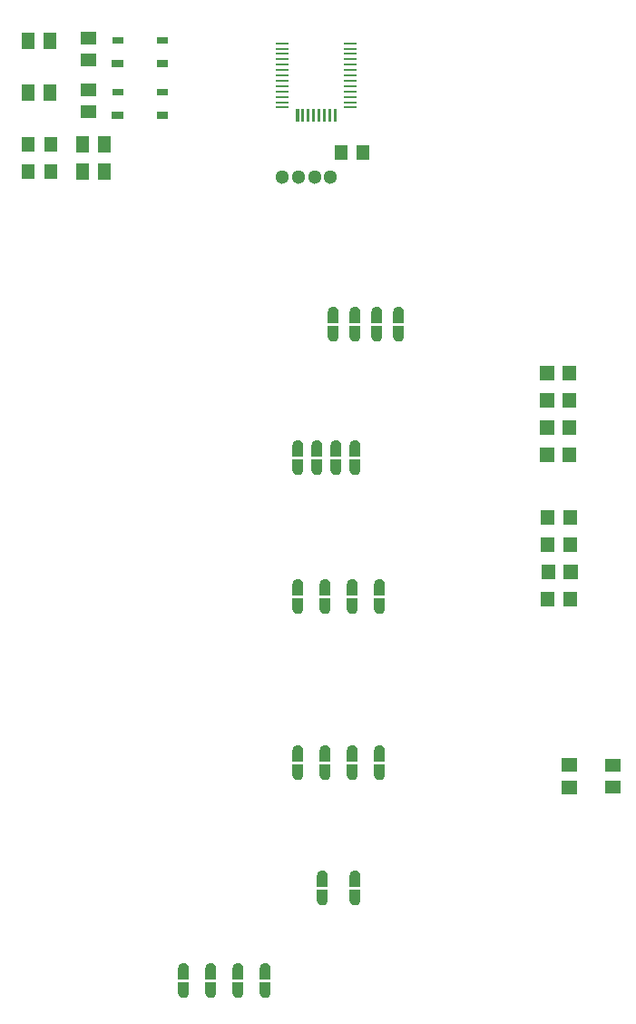
<source format=gtp>
G04 Layer: TopPasteMaskLayer*
G04 EasyEDA v6.1.33, Mon, 29 Apr 2019 14:12:14 GMT*
G04 9590ad248ff846a5af0387b98c7a360c,91cc4837159741479c5be70faa949f3f,10*
G04 Gerber Generator version 0.2*
G04 Scale: 100 percent, Rotated: No, Reflected: No *
G04 Dimensions in millimeters *
G04 leading zeros omitted , absolute positions ,3 integer and 3 decimal *
%FSLAX33Y33*%
%MOMM*%
G90*
G71D02*

%ADD17R,1.300480X1.399540*%
%ADD18C,1.299997*%
%ADD19R,1.160018X1.469898*%
%ADD20R,1.199998X0.280010*%

%LPD*%
G36*
G01X66771Y50252D02*
G01X66771Y51411D01*
G01X68240Y51411D01*
G01X68240Y50252D01*
G01X66771Y50252D01*
G37*
G36*
G01X66771Y52284D02*
G01X66771Y53443D01*
G01X68240Y53443D01*
G01X68240Y52284D01*
G01X66771Y52284D01*
G37*
G36*
G01X62743Y50163D02*
G01X62743Y51464D01*
G01X64143Y51464D01*
G01X64143Y50163D01*
G01X62743Y50163D01*
G37*
G36*
G01X62743Y52264D02*
G01X62743Y53565D01*
G01X64143Y53565D01*
G01X64143Y52264D01*
G01X62743Y52264D01*
G37*
G36*
G01X64168Y67659D02*
G01X62867Y67659D01*
G01X62867Y69059D01*
G01X64168Y69059D01*
G01X64168Y67659D01*
G37*
G36*
G01X62067Y67659D02*
G01X60767Y67659D01*
G01X60767Y69059D01*
G01X62067Y69059D01*
G01X62067Y67659D01*
G37*
G36*
G01X64226Y70199D02*
G01X62926Y70199D01*
G01X62926Y71599D01*
G01X64226Y71599D01*
G01X64226Y70199D01*
G37*
G36*
G01X62126Y70199D02*
G01X60825Y70199D01*
G01X60825Y71599D01*
G01X62126Y71599D01*
G01X62126Y70199D01*
G37*
G36*
G01X64168Y75279D02*
G01X62867Y75279D01*
G01X62867Y76679D01*
G01X64168Y76679D01*
G01X64168Y75279D01*
G37*
G36*
G01X62067Y75279D02*
G01X60767Y75279D01*
G01X60767Y76679D01*
G01X62067Y76679D01*
G01X62067Y75279D01*
G37*
G36*
G01X64168Y72739D02*
G01X62867Y72739D01*
G01X62867Y74139D01*
G01X64168Y74139D01*
G01X64168Y72739D01*
G37*
G36*
G01X62067Y72739D02*
G01X60767Y72739D01*
G01X60767Y74139D01*
G01X62067Y74139D01*
G01X62067Y72739D01*
G37*
G36*
G01X64110Y81121D02*
G01X62809Y81121D01*
G01X62809Y82521D01*
G01X64110Y82521D01*
G01X64110Y81121D01*
G37*
G36*
G01X62009Y81121D02*
G01X60708Y81121D01*
G01X60708Y82521D01*
G01X62009Y82521D01*
G01X62009Y81121D01*
G37*
G36*
G01X64110Y83661D02*
G01X62809Y83661D01*
G01X62809Y85061D01*
G01X64110Y85061D01*
G01X64110Y83661D01*
G37*
G36*
G01X62009Y83661D02*
G01X60708Y83661D01*
G01X60708Y85061D01*
G01X62009Y85061D01*
G01X62009Y83661D01*
G37*
G36*
G01X64110Y88741D02*
G01X62809Y88741D01*
G01X62809Y90141D01*
G01X64110Y90141D01*
G01X64110Y88741D01*
G37*
G36*
G01X62009Y88741D02*
G01X60708Y88741D01*
G01X60708Y90141D01*
G01X62009Y90141D01*
G01X62009Y88741D01*
G37*
G36*
G01X64110Y86201D02*
G01X62809Y86201D01*
G01X62809Y87601D01*
G01X64110Y87601D01*
G01X64110Y86201D01*
G37*
G36*
G01X62009Y86201D02*
G01X60708Y86201D01*
G01X60708Y87601D01*
G01X62009Y87601D01*
G01X62009Y86201D01*
G37*
G54D18*
G01X41147Y107728D03*
G01X39647Y107728D03*
G01X38147Y107728D03*
G01X36647Y107728D03*
G54D19*
G01X42164Y110013D03*
G01X44196Y110013D03*
G36*
G01X43167Y68747D02*
G01X42680Y68747D01*
G01X42680Y69747D01*
G01X42680Y69771D01*
G01X42682Y69796D01*
G01X42685Y69821D01*
G01X42689Y69846D01*
G01X42695Y69870D01*
G01X42702Y69894D01*
G01X42710Y69918D01*
G01X42719Y69941D01*
G01X42729Y69963D01*
G01X42740Y69986D01*
G01X42753Y70007D01*
G01X42766Y70028D01*
G01X42781Y70048D01*
G01X42796Y70068D01*
G01X42813Y70087D01*
G01X42830Y70104D01*
G01X42849Y70121D01*
G01X42868Y70137D01*
G01X42888Y70152D01*
G01X42908Y70167D01*
G01X42930Y70180D01*
G01X42951Y70191D01*
G01X42974Y70202D01*
G01X42997Y70212D01*
G01X43020Y70220D01*
G01X43044Y70228D01*
G01X43068Y70234D01*
G01X43093Y70239D01*
G01X43117Y70243D01*
G01X43142Y70245D01*
G01X43167Y70246D01*
G01X43192Y70246D01*
G01X43217Y70245D01*
G01X43242Y70243D01*
G01X43266Y70239D01*
G01X43291Y70234D01*
G01X43315Y70228D01*
G01X43339Y70220D01*
G01X43362Y70212D01*
G01X43385Y70202D01*
G01X43408Y70191D01*
G01X43430Y70180D01*
G01X43451Y70167D01*
G01X43471Y70152D01*
G01X43491Y70137D01*
G01X43510Y70121D01*
G01X43529Y70104D01*
G01X43546Y70087D01*
G01X43563Y70068D01*
G01X43578Y70048D01*
G01X43593Y70028D01*
G01X43606Y70007D01*
G01X43619Y69986D01*
G01X43630Y69963D01*
G01X43640Y69941D01*
G01X43649Y69918D01*
G01X43657Y69894D01*
G01X43664Y69870D01*
G01X43670Y69846D01*
G01X43674Y69821D01*
G01X43677Y69796D01*
G01X43679Y69771D01*
G01X43679Y69747D01*
G01X43679Y68747D01*
G01X43167Y68747D01*
G37*
G36*
G01X43192Y68477D02*
G01X43679Y68477D01*
G01X43679Y67477D01*
G01X43679Y67452D01*
G01X43677Y67427D01*
G01X43674Y67402D01*
G01X43670Y67377D01*
G01X43664Y67353D01*
G01X43657Y67329D01*
G01X43649Y67305D01*
G01X43640Y67282D01*
G01X43630Y67260D01*
G01X43619Y67237D01*
G01X43606Y67216D01*
G01X43593Y67195D01*
G01X43578Y67175D01*
G01X43563Y67155D01*
G01X43546Y67136D01*
G01X43529Y67119D01*
G01X43510Y67102D01*
G01X43491Y67086D01*
G01X43471Y67071D01*
G01X43451Y67056D01*
G01X43429Y67043D01*
G01X43408Y67032D01*
G01X43385Y67021D01*
G01X43362Y67011D01*
G01X43339Y67003D01*
G01X43315Y66995D01*
G01X43291Y66989D01*
G01X43266Y66984D01*
G01X43242Y66980D01*
G01X43217Y66978D01*
G01X43192Y66977D01*
G01X43167Y66977D01*
G01X43142Y66978D01*
G01X43117Y66980D01*
G01X43093Y66984D01*
G01X43068Y66989D01*
G01X43044Y66995D01*
G01X43020Y67003D01*
G01X42997Y67011D01*
G01X42974Y67021D01*
G01X42951Y67032D01*
G01X42929Y67043D01*
G01X42908Y67056D01*
G01X42888Y67071D01*
G01X42868Y67086D01*
G01X42849Y67102D01*
G01X42830Y67119D01*
G01X42813Y67136D01*
G01X42796Y67155D01*
G01X42781Y67175D01*
G01X42766Y67195D01*
G01X42753Y67216D01*
G01X42740Y67237D01*
G01X42729Y67260D01*
G01X42719Y67282D01*
G01X42710Y67305D01*
G01X42702Y67329D01*
G01X42695Y67353D01*
G01X42689Y67377D01*
G01X42685Y67402D01*
G01X42682Y67427D01*
G01X42680Y67452D01*
G01X42680Y67477D01*
G01X42680Y68477D01*
G01X43192Y68477D01*
G37*
G54D20*
G01X36621Y120222D03*
G01X36621Y119721D03*
G01X36621Y119222D03*
G01X36621Y118721D03*
G01X36621Y118222D03*
G01X36621Y117721D03*
G01X36621Y117222D03*
G01X36621Y116721D03*
G01X36621Y116222D03*
G01X36621Y115721D03*
G01X36621Y115222D03*
G01X36621Y114721D03*
G01X36621Y114222D03*
G36*
G01X37932Y112921D02*
G01X37932Y114121D01*
G01X38212Y114121D01*
G01X38212Y112921D01*
G01X37932Y112921D01*
G37*
G36*
G01X38432Y112921D02*
G01X38432Y114121D01*
G01X38712Y114121D01*
G01X38712Y112921D01*
G01X38432Y112921D01*
G37*
G36*
G01X38932Y112921D02*
G01X38932Y114121D01*
G01X39212Y114121D01*
G01X39212Y112921D01*
G01X38932Y112921D01*
G37*
G36*
G01X39432Y112921D02*
G01X39432Y114121D01*
G01X39712Y114121D01*
G01X39712Y112921D01*
G01X39432Y112921D01*
G37*
G36*
G01X39932Y112921D02*
G01X39932Y114121D01*
G01X40212Y114121D01*
G01X40212Y112921D01*
G01X39932Y112921D01*
G37*
G36*
G01X40431Y112921D02*
G01X40431Y114121D01*
G01X40712Y114121D01*
G01X40712Y112921D01*
G01X40431Y112921D01*
G37*
G36*
G01X40931Y112921D02*
G01X40931Y114121D01*
G01X41212Y114121D01*
G01X41212Y112921D01*
G01X40931Y112921D01*
G37*
G36*
G01X41431Y112921D02*
G01X41431Y114121D01*
G01X41712Y114121D01*
G01X41712Y112921D01*
G01X41431Y112921D01*
G37*
G01X43021Y120222D03*
G01X43021Y119721D03*
G01X43021Y119222D03*
G01X43021Y118721D03*
G01X43021Y118222D03*
G01X43021Y117721D03*
G01X43021Y117222D03*
G01X43021Y116721D03*
G01X43021Y116222D03*
G01X43021Y115721D03*
G01X43021Y115222D03*
G01X43021Y114721D03*
G01X43021Y114222D03*
G36*
G01X40627Y68747D02*
G01X40140Y68747D01*
G01X40140Y69747D01*
G01X40140Y69771D01*
G01X40142Y69796D01*
G01X40145Y69821D01*
G01X40149Y69846D01*
G01X40155Y69870D01*
G01X40162Y69894D01*
G01X40170Y69918D01*
G01X40179Y69941D01*
G01X40189Y69963D01*
G01X40200Y69986D01*
G01X40213Y70007D01*
G01X40226Y70028D01*
G01X40241Y70048D01*
G01X40256Y70068D01*
G01X40273Y70087D01*
G01X40290Y70104D01*
G01X40309Y70121D01*
G01X40328Y70137D01*
G01X40348Y70152D01*
G01X40368Y70167D01*
G01X40390Y70180D01*
G01X40411Y70191D01*
G01X40434Y70202D01*
G01X40457Y70212D01*
G01X40480Y70220D01*
G01X40504Y70228D01*
G01X40528Y70234D01*
G01X40553Y70239D01*
G01X40577Y70243D01*
G01X40602Y70245D01*
G01X40627Y70246D01*
G01X40652Y70246D01*
G01X40677Y70245D01*
G01X40702Y70243D01*
G01X40726Y70239D01*
G01X40751Y70234D01*
G01X40775Y70228D01*
G01X40799Y70220D01*
G01X40822Y70212D01*
G01X40845Y70202D01*
G01X40868Y70191D01*
G01X40890Y70180D01*
G01X40911Y70167D01*
G01X40931Y70152D01*
G01X40951Y70137D01*
G01X40970Y70121D01*
G01X40989Y70104D01*
G01X41006Y70087D01*
G01X41023Y70068D01*
G01X41038Y70048D01*
G01X41053Y70028D01*
G01X41066Y70007D01*
G01X41079Y69986D01*
G01X41090Y69963D01*
G01X41100Y69941D01*
G01X41109Y69918D01*
G01X41117Y69894D01*
G01X41124Y69870D01*
G01X41130Y69846D01*
G01X41134Y69821D01*
G01X41137Y69796D01*
G01X41139Y69771D01*
G01X41139Y69747D01*
G01X41139Y68747D01*
G01X40627Y68747D01*
G37*
G36*
G01X40652Y68477D02*
G01X41139Y68477D01*
G01X41139Y67477D01*
G01X41139Y67452D01*
G01X41137Y67427D01*
G01X41134Y67402D01*
G01X41130Y67377D01*
G01X41124Y67353D01*
G01X41117Y67329D01*
G01X41109Y67305D01*
G01X41100Y67282D01*
G01X41090Y67260D01*
G01X41079Y67237D01*
G01X41066Y67216D01*
G01X41053Y67195D01*
G01X41038Y67175D01*
G01X41023Y67155D01*
G01X41006Y67136D01*
G01X40989Y67119D01*
G01X40970Y67102D01*
G01X40951Y67086D01*
G01X40931Y67071D01*
G01X40911Y67056D01*
G01X40889Y67043D01*
G01X40868Y67032D01*
G01X40845Y67021D01*
G01X40822Y67011D01*
G01X40799Y67003D01*
G01X40775Y66995D01*
G01X40751Y66989D01*
G01X40726Y66984D01*
G01X40702Y66980D01*
G01X40677Y66978D01*
G01X40652Y66977D01*
G01X40627Y66977D01*
G01X40602Y66978D01*
G01X40577Y66980D01*
G01X40553Y66984D01*
G01X40528Y66989D01*
G01X40504Y66995D01*
G01X40480Y67003D01*
G01X40457Y67011D01*
G01X40434Y67021D01*
G01X40411Y67032D01*
G01X40389Y67043D01*
G01X40368Y67056D01*
G01X40348Y67071D01*
G01X40328Y67086D01*
G01X40309Y67102D01*
G01X40290Y67119D01*
G01X40273Y67136D01*
G01X40256Y67155D01*
G01X40241Y67175D01*
G01X40226Y67195D01*
G01X40213Y67216D01*
G01X40200Y67237D01*
G01X40189Y67260D01*
G01X40179Y67282D01*
G01X40170Y67305D01*
G01X40162Y67329D01*
G01X40155Y67353D01*
G01X40149Y67377D01*
G01X40145Y67402D01*
G01X40142Y67427D01*
G01X40140Y67452D01*
G01X40140Y67477D01*
G01X40140Y68477D01*
G01X40652Y68477D01*
G37*
G36*
G01X40627Y53253D02*
G01X40140Y53253D01*
G01X40140Y54253D01*
G01X40140Y54277D01*
G01X40142Y54302D01*
G01X40145Y54327D01*
G01X40149Y54352D01*
G01X40155Y54376D01*
G01X40162Y54400D01*
G01X40170Y54424D01*
G01X40179Y54447D01*
G01X40189Y54469D01*
G01X40200Y54492D01*
G01X40213Y54513D01*
G01X40226Y54534D01*
G01X40241Y54554D01*
G01X40256Y54574D01*
G01X40273Y54593D01*
G01X40290Y54610D01*
G01X40309Y54627D01*
G01X40328Y54643D01*
G01X40348Y54658D01*
G01X40368Y54673D01*
G01X40390Y54686D01*
G01X40411Y54697D01*
G01X40434Y54708D01*
G01X40457Y54718D01*
G01X40480Y54726D01*
G01X40504Y54734D01*
G01X40528Y54740D01*
G01X40553Y54745D01*
G01X40577Y54749D01*
G01X40602Y54751D01*
G01X40627Y54752D01*
G01X40652Y54752D01*
G01X40677Y54751D01*
G01X40702Y54749D01*
G01X40726Y54745D01*
G01X40751Y54740D01*
G01X40775Y54734D01*
G01X40799Y54726D01*
G01X40822Y54718D01*
G01X40845Y54708D01*
G01X40868Y54697D01*
G01X40890Y54686D01*
G01X40911Y54673D01*
G01X40931Y54658D01*
G01X40951Y54643D01*
G01X40970Y54627D01*
G01X40989Y54610D01*
G01X41006Y54593D01*
G01X41023Y54574D01*
G01X41038Y54554D01*
G01X41053Y54534D01*
G01X41066Y54513D01*
G01X41079Y54492D01*
G01X41090Y54469D01*
G01X41100Y54447D01*
G01X41109Y54424D01*
G01X41117Y54400D01*
G01X41124Y54376D01*
G01X41130Y54352D01*
G01X41134Y54327D01*
G01X41137Y54302D01*
G01X41139Y54277D01*
G01X41139Y54253D01*
G01X41139Y53253D01*
G01X40627Y53253D01*
G37*
G36*
G01X40652Y52983D02*
G01X41139Y52983D01*
G01X41139Y51983D01*
G01X41139Y51958D01*
G01X41137Y51933D01*
G01X41134Y51908D01*
G01X41130Y51883D01*
G01X41124Y51859D01*
G01X41117Y51835D01*
G01X41109Y51811D01*
G01X41100Y51788D01*
G01X41090Y51766D01*
G01X41079Y51743D01*
G01X41066Y51722D01*
G01X41053Y51701D01*
G01X41038Y51681D01*
G01X41023Y51661D01*
G01X41006Y51642D01*
G01X40989Y51625D01*
G01X40970Y51608D01*
G01X40951Y51592D01*
G01X40931Y51577D01*
G01X40911Y51562D01*
G01X40889Y51549D01*
G01X40868Y51538D01*
G01X40845Y51527D01*
G01X40822Y51517D01*
G01X40799Y51509D01*
G01X40775Y51501D01*
G01X40751Y51495D01*
G01X40726Y51490D01*
G01X40702Y51486D01*
G01X40677Y51484D01*
G01X40652Y51483D01*
G01X40627Y51483D01*
G01X40602Y51484D01*
G01X40577Y51486D01*
G01X40553Y51490D01*
G01X40528Y51495D01*
G01X40504Y51501D01*
G01X40480Y51509D01*
G01X40457Y51517D01*
G01X40434Y51527D01*
G01X40411Y51538D01*
G01X40389Y51549D01*
G01X40368Y51562D01*
G01X40348Y51577D01*
G01X40328Y51592D01*
G01X40309Y51608D01*
G01X40290Y51625D01*
G01X40273Y51642D01*
G01X40256Y51661D01*
G01X40241Y51681D01*
G01X40226Y51701D01*
G01X40213Y51722D01*
G01X40200Y51743D01*
G01X40189Y51766D01*
G01X40179Y51788D01*
G01X40170Y51811D01*
G01X40162Y51835D01*
G01X40155Y51859D01*
G01X40149Y51883D01*
G01X40145Y51908D01*
G01X40142Y51933D01*
G01X40140Y51958D01*
G01X40140Y51983D01*
G01X40140Y52983D01*
G01X40652Y52983D01*
G37*
G36*
G01X43421Y41569D02*
G01X42934Y41569D01*
G01X42934Y42569D01*
G01X42934Y42593D01*
G01X42936Y42618D01*
G01X42939Y42643D01*
G01X42943Y42668D01*
G01X42949Y42692D01*
G01X42956Y42716D01*
G01X42964Y42740D01*
G01X42973Y42763D01*
G01X42983Y42785D01*
G01X42994Y42808D01*
G01X43007Y42829D01*
G01X43020Y42850D01*
G01X43035Y42870D01*
G01X43050Y42890D01*
G01X43067Y42909D01*
G01X43084Y42926D01*
G01X43103Y42943D01*
G01X43122Y42959D01*
G01X43142Y42974D01*
G01X43162Y42989D01*
G01X43184Y43002D01*
G01X43205Y43013D01*
G01X43228Y43024D01*
G01X43251Y43034D01*
G01X43274Y43042D01*
G01X43298Y43050D01*
G01X43322Y43056D01*
G01X43347Y43061D01*
G01X43371Y43065D01*
G01X43396Y43067D01*
G01X43421Y43068D01*
G01X43446Y43068D01*
G01X43471Y43067D01*
G01X43496Y43065D01*
G01X43520Y43061D01*
G01X43545Y43056D01*
G01X43569Y43050D01*
G01X43593Y43042D01*
G01X43616Y43034D01*
G01X43639Y43024D01*
G01X43662Y43013D01*
G01X43684Y43002D01*
G01X43705Y42989D01*
G01X43725Y42974D01*
G01X43745Y42959D01*
G01X43764Y42943D01*
G01X43783Y42926D01*
G01X43800Y42909D01*
G01X43817Y42890D01*
G01X43832Y42870D01*
G01X43847Y42850D01*
G01X43860Y42829D01*
G01X43873Y42808D01*
G01X43884Y42785D01*
G01X43894Y42763D01*
G01X43903Y42740D01*
G01X43911Y42716D01*
G01X43918Y42692D01*
G01X43924Y42668D01*
G01X43928Y42643D01*
G01X43931Y42618D01*
G01X43933Y42593D01*
G01X43933Y42569D01*
G01X43933Y41569D01*
G01X43421Y41569D01*
G37*
G36*
G01X43446Y41299D02*
G01X43933Y41299D01*
G01X43933Y40299D01*
G01X43933Y40274D01*
G01X43931Y40249D01*
G01X43928Y40224D01*
G01X43924Y40199D01*
G01X43918Y40175D01*
G01X43911Y40151D01*
G01X43903Y40127D01*
G01X43894Y40104D01*
G01X43884Y40082D01*
G01X43873Y40059D01*
G01X43860Y40038D01*
G01X43847Y40017D01*
G01X43832Y39997D01*
G01X43817Y39977D01*
G01X43800Y39958D01*
G01X43783Y39941D01*
G01X43764Y39924D01*
G01X43745Y39908D01*
G01X43725Y39893D01*
G01X43705Y39878D01*
G01X43683Y39865D01*
G01X43662Y39854D01*
G01X43639Y39843D01*
G01X43616Y39833D01*
G01X43593Y39825D01*
G01X43569Y39817D01*
G01X43545Y39811D01*
G01X43520Y39806D01*
G01X43496Y39802D01*
G01X43471Y39800D01*
G01X43446Y39799D01*
G01X43421Y39799D01*
G01X43396Y39800D01*
G01X43371Y39802D01*
G01X43347Y39806D01*
G01X43322Y39811D01*
G01X43298Y39817D01*
G01X43274Y39825D01*
G01X43251Y39833D01*
G01X43228Y39843D01*
G01X43205Y39854D01*
G01X43183Y39865D01*
G01X43162Y39878D01*
G01X43142Y39893D01*
G01X43122Y39908D01*
G01X43103Y39924D01*
G01X43084Y39941D01*
G01X43067Y39958D01*
G01X43050Y39977D01*
G01X43035Y39997D01*
G01X43020Y40017D01*
G01X43007Y40038D01*
G01X42994Y40059D01*
G01X42983Y40082D01*
G01X42973Y40104D01*
G01X42964Y40127D01*
G01X42956Y40151D01*
G01X42949Y40175D01*
G01X42943Y40199D01*
G01X42939Y40224D01*
G01X42936Y40249D01*
G01X42934Y40274D01*
G01X42934Y40299D01*
G01X42934Y41299D01*
G01X43446Y41299D01*
G37*
G36*
G01X35039Y32933D02*
G01X34552Y32933D01*
G01X34552Y33933D01*
G01X34552Y33957D01*
G01X34554Y33982D01*
G01X34557Y34007D01*
G01X34561Y34032D01*
G01X34567Y34056D01*
G01X34574Y34080D01*
G01X34582Y34104D01*
G01X34591Y34127D01*
G01X34601Y34149D01*
G01X34612Y34172D01*
G01X34625Y34193D01*
G01X34638Y34214D01*
G01X34653Y34234D01*
G01X34668Y34254D01*
G01X34685Y34273D01*
G01X34702Y34290D01*
G01X34721Y34307D01*
G01X34740Y34323D01*
G01X34760Y34338D01*
G01X34780Y34353D01*
G01X34802Y34366D01*
G01X34823Y34377D01*
G01X34846Y34388D01*
G01X34869Y34398D01*
G01X34892Y34406D01*
G01X34916Y34414D01*
G01X34940Y34420D01*
G01X34965Y34425D01*
G01X34989Y34429D01*
G01X35014Y34431D01*
G01X35039Y34432D01*
G01X35064Y34432D01*
G01X35089Y34431D01*
G01X35114Y34429D01*
G01X35138Y34425D01*
G01X35163Y34420D01*
G01X35187Y34414D01*
G01X35211Y34406D01*
G01X35234Y34398D01*
G01X35257Y34388D01*
G01X35280Y34377D01*
G01X35302Y34366D01*
G01X35323Y34353D01*
G01X35343Y34338D01*
G01X35363Y34323D01*
G01X35382Y34307D01*
G01X35401Y34290D01*
G01X35418Y34273D01*
G01X35435Y34254D01*
G01X35450Y34234D01*
G01X35465Y34214D01*
G01X35478Y34193D01*
G01X35491Y34172D01*
G01X35502Y34149D01*
G01X35512Y34127D01*
G01X35521Y34104D01*
G01X35529Y34080D01*
G01X35536Y34056D01*
G01X35542Y34032D01*
G01X35546Y34007D01*
G01X35549Y33982D01*
G01X35551Y33957D01*
G01X35551Y33933D01*
G01X35551Y32933D01*
G01X35039Y32933D01*
G37*
G36*
G01X35064Y32663D02*
G01X35551Y32663D01*
G01X35551Y31663D01*
G01X35551Y31638D01*
G01X35549Y31613D01*
G01X35546Y31588D01*
G01X35542Y31563D01*
G01X35536Y31539D01*
G01X35529Y31515D01*
G01X35521Y31491D01*
G01X35512Y31468D01*
G01X35502Y31446D01*
G01X35491Y31423D01*
G01X35478Y31402D01*
G01X35465Y31381D01*
G01X35450Y31361D01*
G01X35435Y31341D01*
G01X35418Y31322D01*
G01X35401Y31305D01*
G01X35382Y31288D01*
G01X35363Y31272D01*
G01X35343Y31257D01*
G01X35323Y31242D01*
G01X35301Y31229D01*
G01X35280Y31218D01*
G01X35257Y31207D01*
G01X35234Y31197D01*
G01X35211Y31189D01*
G01X35187Y31181D01*
G01X35163Y31175D01*
G01X35138Y31170D01*
G01X35114Y31166D01*
G01X35089Y31164D01*
G01X35064Y31163D01*
G01X35039Y31163D01*
G01X35014Y31164D01*
G01X34989Y31166D01*
G01X34965Y31170D01*
G01X34940Y31175D01*
G01X34916Y31181D01*
G01X34892Y31189D01*
G01X34869Y31197D01*
G01X34846Y31207D01*
G01X34823Y31218D01*
G01X34801Y31229D01*
G01X34780Y31242D01*
G01X34760Y31257D01*
G01X34740Y31272D01*
G01X34721Y31288D01*
G01X34702Y31305D01*
G01X34685Y31322D01*
G01X34668Y31341D01*
G01X34653Y31361D01*
G01X34638Y31381D01*
G01X34625Y31402D01*
G01X34612Y31423D01*
G01X34601Y31446D01*
G01X34591Y31468D01*
G01X34582Y31491D01*
G01X34574Y31515D01*
G01X34567Y31539D01*
G01X34561Y31563D01*
G01X34557Y31588D01*
G01X34554Y31613D01*
G01X34552Y31638D01*
G01X34552Y31663D01*
G01X34552Y32663D01*
G01X35064Y32663D01*
G37*
G36*
G01X29959Y32933D02*
G01X29472Y32933D01*
G01X29472Y33933D01*
G01X29472Y33957D01*
G01X29474Y33982D01*
G01X29477Y34007D01*
G01X29481Y34032D01*
G01X29487Y34056D01*
G01X29494Y34080D01*
G01X29502Y34104D01*
G01X29511Y34127D01*
G01X29521Y34149D01*
G01X29532Y34172D01*
G01X29545Y34193D01*
G01X29558Y34214D01*
G01X29573Y34234D01*
G01X29588Y34254D01*
G01X29605Y34273D01*
G01X29622Y34290D01*
G01X29641Y34307D01*
G01X29660Y34323D01*
G01X29680Y34338D01*
G01X29700Y34353D01*
G01X29722Y34366D01*
G01X29743Y34377D01*
G01X29766Y34388D01*
G01X29789Y34398D01*
G01X29812Y34406D01*
G01X29836Y34414D01*
G01X29860Y34420D01*
G01X29885Y34425D01*
G01X29909Y34429D01*
G01X29934Y34431D01*
G01X29959Y34432D01*
G01X29984Y34432D01*
G01X30009Y34431D01*
G01X30034Y34429D01*
G01X30058Y34425D01*
G01X30083Y34420D01*
G01X30107Y34414D01*
G01X30131Y34406D01*
G01X30154Y34398D01*
G01X30177Y34388D01*
G01X30200Y34377D01*
G01X30222Y34366D01*
G01X30243Y34353D01*
G01X30263Y34338D01*
G01X30283Y34323D01*
G01X30302Y34307D01*
G01X30321Y34290D01*
G01X30338Y34273D01*
G01X30355Y34254D01*
G01X30370Y34234D01*
G01X30385Y34214D01*
G01X30398Y34193D01*
G01X30411Y34172D01*
G01X30422Y34149D01*
G01X30432Y34127D01*
G01X30441Y34104D01*
G01X30449Y34080D01*
G01X30456Y34056D01*
G01X30462Y34032D01*
G01X30466Y34007D01*
G01X30469Y33982D01*
G01X30471Y33957D01*
G01X30471Y33933D01*
G01X30471Y32933D01*
G01X29959Y32933D01*
G37*
G36*
G01X29984Y32663D02*
G01X30471Y32663D01*
G01X30471Y31663D01*
G01X30471Y31638D01*
G01X30469Y31613D01*
G01X30466Y31588D01*
G01X30462Y31563D01*
G01X30456Y31539D01*
G01X30449Y31515D01*
G01X30441Y31491D01*
G01X30432Y31468D01*
G01X30422Y31446D01*
G01X30411Y31423D01*
G01X30398Y31402D01*
G01X30385Y31381D01*
G01X30370Y31361D01*
G01X30355Y31341D01*
G01X30338Y31322D01*
G01X30321Y31305D01*
G01X30302Y31288D01*
G01X30283Y31272D01*
G01X30263Y31257D01*
G01X30243Y31242D01*
G01X30221Y31229D01*
G01X30200Y31218D01*
G01X30177Y31207D01*
G01X30154Y31197D01*
G01X30131Y31189D01*
G01X30107Y31181D01*
G01X30083Y31175D01*
G01X30058Y31170D01*
G01X30034Y31166D01*
G01X30009Y31164D01*
G01X29984Y31163D01*
G01X29959Y31163D01*
G01X29934Y31164D01*
G01X29909Y31166D01*
G01X29885Y31170D01*
G01X29860Y31175D01*
G01X29836Y31181D01*
G01X29812Y31189D01*
G01X29789Y31197D01*
G01X29766Y31207D01*
G01X29743Y31218D01*
G01X29721Y31229D01*
G01X29700Y31242D01*
G01X29680Y31257D01*
G01X29660Y31272D01*
G01X29641Y31288D01*
G01X29622Y31305D01*
G01X29605Y31322D01*
G01X29588Y31341D01*
G01X29573Y31361D01*
G01X29558Y31381D01*
G01X29545Y31402D01*
G01X29532Y31423D01*
G01X29521Y31446D01*
G01X29511Y31468D01*
G01X29502Y31491D01*
G01X29494Y31515D01*
G01X29487Y31539D01*
G01X29481Y31563D01*
G01X29477Y31588D01*
G01X29474Y31613D01*
G01X29472Y31638D01*
G01X29472Y31663D01*
G01X29472Y32663D01*
G01X29984Y32663D01*
G37*
G36*
G01X38087Y68747D02*
G01X37600Y68747D01*
G01X37600Y69747D01*
G01X37600Y69771D01*
G01X37602Y69796D01*
G01X37605Y69821D01*
G01X37609Y69846D01*
G01X37615Y69870D01*
G01X37622Y69894D01*
G01X37630Y69918D01*
G01X37639Y69941D01*
G01X37649Y69963D01*
G01X37660Y69986D01*
G01X37673Y70007D01*
G01X37686Y70028D01*
G01X37701Y70048D01*
G01X37716Y70068D01*
G01X37733Y70087D01*
G01X37750Y70104D01*
G01X37769Y70121D01*
G01X37788Y70137D01*
G01X37808Y70152D01*
G01X37828Y70167D01*
G01X37850Y70180D01*
G01X37871Y70191D01*
G01X37894Y70202D01*
G01X37917Y70212D01*
G01X37940Y70220D01*
G01X37964Y70228D01*
G01X37988Y70234D01*
G01X38013Y70239D01*
G01X38037Y70243D01*
G01X38062Y70245D01*
G01X38087Y70246D01*
G01X38112Y70246D01*
G01X38137Y70245D01*
G01X38162Y70243D01*
G01X38186Y70239D01*
G01X38211Y70234D01*
G01X38235Y70228D01*
G01X38259Y70220D01*
G01X38282Y70212D01*
G01X38305Y70202D01*
G01X38328Y70191D01*
G01X38350Y70180D01*
G01X38371Y70167D01*
G01X38391Y70152D01*
G01X38411Y70137D01*
G01X38430Y70121D01*
G01X38449Y70104D01*
G01X38466Y70087D01*
G01X38483Y70068D01*
G01X38498Y70048D01*
G01X38513Y70028D01*
G01X38526Y70007D01*
G01X38539Y69986D01*
G01X38550Y69963D01*
G01X38560Y69941D01*
G01X38569Y69918D01*
G01X38577Y69894D01*
G01X38584Y69870D01*
G01X38590Y69846D01*
G01X38594Y69821D01*
G01X38597Y69796D01*
G01X38599Y69771D01*
G01X38599Y69747D01*
G01X38599Y68747D01*
G01X38087Y68747D01*
G37*
G36*
G01X38112Y68477D02*
G01X38599Y68477D01*
G01X38599Y67477D01*
G01X38599Y67452D01*
G01X38597Y67427D01*
G01X38594Y67402D01*
G01X38590Y67377D01*
G01X38584Y67353D01*
G01X38577Y67329D01*
G01X38569Y67305D01*
G01X38560Y67282D01*
G01X38550Y67260D01*
G01X38539Y67237D01*
G01X38526Y67216D01*
G01X38513Y67195D01*
G01X38498Y67175D01*
G01X38483Y67155D01*
G01X38466Y67136D01*
G01X38449Y67119D01*
G01X38430Y67102D01*
G01X38411Y67086D01*
G01X38391Y67071D01*
G01X38371Y67056D01*
G01X38349Y67043D01*
G01X38328Y67032D01*
G01X38305Y67021D01*
G01X38282Y67011D01*
G01X38259Y67003D01*
G01X38235Y66995D01*
G01X38211Y66989D01*
G01X38186Y66984D01*
G01X38162Y66980D01*
G01X38137Y66978D01*
G01X38112Y66977D01*
G01X38087Y66977D01*
G01X38062Y66978D01*
G01X38037Y66980D01*
G01X38013Y66984D01*
G01X37988Y66989D01*
G01X37964Y66995D01*
G01X37940Y67003D01*
G01X37917Y67011D01*
G01X37894Y67021D01*
G01X37871Y67032D01*
G01X37849Y67043D01*
G01X37828Y67056D01*
G01X37808Y67071D01*
G01X37788Y67086D01*
G01X37769Y67102D01*
G01X37750Y67119D01*
G01X37733Y67136D01*
G01X37716Y67155D01*
G01X37701Y67175D01*
G01X37686Y67195D01*
G01X37673Y67216D01*
G01X37660Y67237D01*
G01X37649Y67260D01*
G01X37639Y67282D01*
G01X37630Y67305D01*
G01X37622Y67329D01*
G01X37615Y67353D01*
G01X37609Y67377D01*
G01X37605Y67402D01*
G01X37602Y67427D01*
G01X37600Y67452D01*
G01X37600Y67477D01*
G01X37600Y68477D01*
G01X38112Y68477D01*
G37*
G36*
G01X38087Y53253D02*
G01X37600Y53253D01*
G01X37600Y54253D01*
G01X37600Y54277D01*
G01X37602Y54302D01*
G01X37605Y54327D01*
G01X37609Y54352D01*
G01X37615Y54376D01*
G01X37622Y54400D01*
G01X37630Y54424D01*
G01X37639Y54447D01*
G01X37649Y54469D01*
G01X37660Y54492D01*
G01X37673Y54513D01*
G01X37686Y54534D01*
G01X37701Y54554D01*
G01X37716Y54574D01*
G01X37733Y54593D01*
G01X37750Y54610D01*
G01X37769Y54627D01*
G01X37788Y54643D01*
G01X37808Y54658D01*
G01X37828Y54673D01*
G01X37850Y54686D01*
G01X37871Y54697D01*
G01X37894Y54708D01*
G01X37917Y54718D01*
G01X37940Y54726D01*
G01X37964Y54734D01*
G01X37988Y54740D01*
G01X38013Y54745D01*
G01X38037Y54749D01*
G01X38062Y54751D01*
G01X38087Y54752D01*
G01X38112Y54752D01*
G01X38137Y54751D01*
G01X38162Y54749D01*
G01X38186Y54745D01*
G01X38211Y54740D01*
G01X38235Y54734D01*
G01X38259Y54726D01*
G01X38282Y54718D01*
G01X38305Y54708D01*
G01X38328Y54697D01*
G01X38350Y54686D01*
G01X38371Y54673D01*
G01X38391Y54658D01*
G01X38411Y54643D01*
G01X38430Y54627D01*
G01X38449Y54610D01*
G01X38466Y54593D01*
G01X38483Y54574D01*
G01X38498Y54554D01*
G01X38513Y54534D01*
G01X38526Y54513D01*
G01X38539Y54492D01*
G01X38550Y54469D01*
G01X38560Y54447D01*
G01X38569Y54424D01*
G01X38577Y54400D01*
G01X38584Y54376D01*
G01X38590Y54352D01*
G01X38594Y54327D01*
G01X38597Y54302D01*
G01X38599Y54277D01*
G01X38599Y54253D01*
G01X38599Y53253D01*
G01X38087Y53253D01*
G37*
G36*
G01X38112Y52983D02*
G01X38599Y52983D01*
G01X38599Y51983D01*
G01X38599Y51958D01*
G01X38597Y51933D01*
G01X38594Y51908D01*
G01X38590Y51883D01*
G01X38584Y51859D01*
G01X38577Y51835D01*
G01X38569Y51811D01*
G01X38560Y51788D01*
G01X38550Y51766D01*
G01X38539Y51743D01*
G01X38526Y51722D01*
G01X38513Y51701D01*
G01X38498Y51681D01*
G01X38483Y51661D01*
G01X38466Y51642D01*
G01X38449Y51625D01*
G01X38430Y51608D01*
G01X38411Y51592D01*
G01X38391Y51577D01*
G01X38371Y51562D01*
G01X38349Y51549D01*
G01X38328Y51538D01*
G01X38305Y51527D01*
G01X38282Y51517D01*
G01X38259Y51509D01*
G01X38235Y51501D01*
G01X38211Y51495D01*
G01X38186Y51490D01*
G01X38162Y51486D01*
G01X38137Y51484D01*
G01X38112Y51483D01*
G01X38087Y51483D01*
G01X38062Y51484D01*
G01X38037Y51486D01*
G01X38013Y51490D01*
G01X37988Y51495D01*
G01X37964Y51501D01*
G01X37940Y51509D01*
G01X37917Y51517D01*
G01X37894Y51527D01*
G01X37871Y51538D01*
G01X37849Y51549D01*
G01X37828Y51562D01*
G01X37808Y51577D01*
G01X37788Y51592D01*
G01X37769Y51608D01*
G01X37750Y51625D01*
G01X37733Y51642D01*
G01X37716Y51661D01*
G01X37701Y51681D01*
G01X37686Y51701D01*
G01X37673Y51722D01*
G01X37660Y51743D01*
G01X37649Y51766D01*
G01X37639Y51788D01*
G01X37630Y51811D01*
G01X37622Y51835D01*
G01X37615Y51859D01*
G01X37609Y51883D01*
G01X37605Y51908D01*
G01X37602Y51933D01*
G01X37600Y51958D01*
G01X37600Y51983D01*
G01X37600Y52983D01*
G01X38112Y52983D01*
G37*
G36*
G01X40373Y41569D02*
G01X39886Y41569D01*
G01X39886Y42569D01*
G01X39886Y42593D01*
G01X39888Y42618D01*
G01X39891Y42643D01*
G01X39895Y42668D01*
G01X39901Y42692D01*
G01X39908Y42716D01*
G01X39916Y42740D01*
G01X39925Y42763D01*
G01X39935Y42785D01*
G01X39946Y42808D01*
G01X39959Y42829D01*
G01X39972Y42850D01*
G01X39987Y42870D01*
G01X40002Y42890D01*
G01X40019Y42909D01*
G01X40036Y42926D01*
G01X40055Y42943D01*
G01X40074Y42959D01*
G01X40094Y42974D01*
G01X40114Y42989D01*
G01X40136Y43002D01*
G01X40157Y43013D01*
G01X40180Y43024D01*
G01X40203Y43034D01*
G01X40226Y43042D01*
G01X40250Y43050D01*
G01X40274Y43056D01*
G01X40299Y43061D01*
G01X40323Y43065D01*
G01X40348Y43067D01*
G01X40373Y43068D01*
G01X40398Y43068D01*
G01X40423Y43067D01*
G01X40448Y43065D01*
G01X40472Y43061D01*
G01X40497Y43056D01*
G01X40521Y43050D01*
G01X40545Y43042D01*
G01X40568Y43034D01*
G01X40591Y43024D01*
G01X40614Y43013D01*
G01X40636Y43002D01*
G01X40657Y42989D01*
G01X40677Y42974D01*
G01X40697Y42959D01*
G01X40716Y42943D01*
G01X40735Y42926D01*
G01X40752Y42909D01*
G01X40769Y42890D01*
G01X40784Y42870D01*
G01X40799Y42850D01*
G01X40812Y42829D01*
G01X40825Y42808D01*
G01X40836Y42785D01*
G01X40846Y42763D01*
G01X40855Y42740D01*
G01X40863Y42716D01*
G01X40870Y42692D01*
G01X40876Y42668D01*
G01X40880Y42643D01*
G01X40883Y42618D01*
G01X40885Y42593D01*
G01X40885Y42569D01*
G01X40885Y41569D01*
G01X40373Y41569D01*
G37*
G36*
G01X40398Y41299D02*
G01X40885Y41299D01*
G01X40885Y40299D01*
G01X40885Y40274D01*
G01X40883Y40249D01*
G01X40880Y40224D01*
G01X40876Y40199D01*
G01X40870Y40175D01*
G01X40863Y40151D01*
G01X40855Y40127D01*
G01X40846Y40104D01*
G01X40836Y40082D01*
G01X40825Y40059D01*
G01X40812Y40038D01*
G01X40799Y40017D01*
G01X40784Y39997D01*
G01X40769Y39977D01*
G01X40752Y39958D01*
G01X40735Y39941D01*
G01X40716Y39924D01*
G01X40697Y39908D01*
G01X40677Y39893D01*
G01X40657Y39878D01*
G01X40635Y39865D01*
G01X40614Y39854D01*
G01X40591Y39843D01*
G01X40568Y39833D01*
G01X40545Y39825D01*
G01X40521Y39817D01*
G01X40497Y39811D01*
G01X40472Y39806D01*
G01X40448Y39802D01*
G01X40423Y39800D01*
G01X40398Y39799D01*
G01X40373Y39799D01*
G01X40348Y39800D01*
G01X40323Y39802D01*
G01X40299Y39806D01*
G01X40274Y39811D01*
G01X40250Y39817D01*
G01X40226Y39825D01*
G01X40203Y39833D01*
G01X40180Y39843D01*
G01X40157Y39854D01*
G01X40135Y39865D01*
G01X40114Y39878D01*
G01X40094Y39893D01*
G01X40074Y39908D01*
G01X40055Y39924D01*
G01X40036Y39941D01*
G01X40019Y39958D01*
G01X40002Y39977D01*
G01X39987Y39997D01*
G01X39972Y40017D01*
G01X39959Y40038D01*
G01X39946Y40059D01*
G01X39935Y40082D01*
G01X39925Y40104D01*
G01X39916Y40127D01*
G01X39908Y40151D01*
G01X39901Y40175D01*
G01X39895Y40199D01*
G01X39891Y40224D01*
G01X39888Y40249D01*
G01X39886Y40274D01*
G01X39886Y40299D01*
G01X39886Y41299D01*
G01X40398Y41299D01*
G37*
G36*
G01X32499Y32933D02*
G01X32012Y32933D01*
G01X32012Y33933D01*
G01X32012Y33957D01*
G01X32014Y33982D01*
G01X32017Y34007D01*
G01X32021Y34032D01*
G01X32027Y34056D01*
G01X32034Y34080D01*
G01X32042Y34104D01*
G01X32051Y34127D01*
G01X32061Y34149D01*
G01X32072Y34172D01*
G01X32085Y34193D01*
G01X32098Y34214D01*
G01X32113Y34234D01*
G01X32128Y34254D01*
G01X32145Y34273D01*
G01X32162Y34290D01*
G01X32181Y34307D01*
G01X32200Y34323D01*
G01X32220Y34338D01*
G01X32240Y34353D01*
G01X32262Y34366D01*
G01X32283Y34377D01*
G01X32306Y34388D01*
G01X32329Y34398D01*
G01X32352Y34406D01*
G01X32376Y34414D01*
G01X32400Y34420D01*
G01X32425Y34425D01*
G01X32449Y34429D01*
G01X32474Y34431D01*
G01X32499Y34432D01*
G01X32524Y34432D01*
G01X32549Y34431D01*
G01X32574Y34429D01*
G01X32598Y34425D01*
G01X32623Y34420D01*
G01X32647Y34414D01*
G01X32671Y34406D01*
G01X32694Y34398D01*
G01X32717Y34388D01*
G01X32740Y34377D01*
G01X32762Y34366D01*
G01X32783Y34353D01*
G01X32803Y34338D01*
G01X32823Y34323D01*
G01X32842Y34307D01*
G01X32861Y34290D01*
G01X32878Y34273D01*
G01X32895Y34254D01*
G01X32910Y34234D01*
G01X32925Y34214D01*
G01X32938Y34193D01*
G01X32951Y34172D01*
G01X32962Y34149D01*
G01X32972Y34127D01*
G01X32981Y34104D01*
G01X32989Y34080D01*
G01X32996Y34056D01*
G01X33002Y34032D01*
G01X33006Y34007D01*
G01X33009Y33982D01*
G01X33011Y33957D01*
G01X33011Y33933D01*
G01X33011Y32933D01*
G01X32499Y32933D01*
G37*
G36*
G01X32524Y32663D02*
G01X33011Y32663D01*
G01X33011Y31663D01*
G01X33011Y31638D01*
G01X33009Y31613D01*
G01X33006Y31588D01*
G01X33002Y31563D01*
G01X32996Y31539D01*
G01X32989Y31515D01*
G01X32981Y31491D01*
G01X32972Y31468D01*
G01X32962Y31446D01*
G01X32951Y31423D01*
G01X32938Y31402D01*
G01X32925Y31381D01*
G01X32910Y31361D01*
G01X32895Y31341D01*
G01X32878Y31322D01*
G01X32861Y31305D01*
G01X32842Y31288D01*
G01X32823Y31272D01*
G01X32803Y31257D01*
G01X32783Y31242D01*
G01X32761Y31229D01*
G01X32740Y31218D01*
G01X32717Y31207D01*
G01X32694Y31197D01*
G01X32671Y31189D01*
G01X32647Y31181D01*
G01X32623Y31175D01*
G01X32598Y31170D01*
G01X32574Y31166D01*
G01X32549Y31164D01*
G01X32524Y31163D01*
G01X32499Y31163D01*
G01X32474Y31164D01*
G01X32449Y31166D01*
G01X32425Y31170D01*
G01X32400Y31175D01*
G01X32376Y31181D01*
G01X32352Y31189D01*
G01X32329Y31197D01*
G01X32306Y31207D01*
G01X32283Y31218D01*
G01X32261Y31229D01*
G01X32240Y31242D01*
G01X32220Y31257D01*
G01X32200Y31272D01*
G01X32181Y31288D01*
G01X32162Y31305D01*
G01X32145Y31322D01*
G01X32128Y31341D01*
G01X32113Y31361D01*
G01X32098Y31381D01*
G01X32085Y31402D01*
G01X32072Y31423D01*
G01X32061Y31446D01*
G01X32051Y31468D01*
G01X32042Y31491D01*
G01X32034Y31515D01*
G01X32027Y31539D01*
G01X32021Y31563D01*
G01X32017Y31588D01*
G01X32014Y31613D01*
G01X32012Y31638D01*
G01X32012Y31663D01*
G01X32012Y32663D01*
G01X32524Y32663D01*
G37*
G36*
G01X27419Y32933D02*
G01X26932Y32933D01*
G01X26932Y33933D01*
G01X26932Y33957D01*
G01X26934Y33982D01*
G01X26937Y34007D01*
G01X26941Y34032D01*
G01X26947Y34056D01*
G01X26954Y34080D01*
G01X26962Y34104D01*
G01X26971Y34127D01*
G01X26981Y34149D01*
G01X26992Y34172D01*
G01X27005Y34193D01*
G01X27018Y34214D01*
G01X27033Y34234D01*
G01X27048Y34254D01*
G01X27065Y34273D01*
G01X27082Y34290D01*
G01X27101Y34307D01*
G01X27120Y34323D01*
G01X27140Y34338D01*
G01X27160Y34353D01*
G01X27182Y34366D01*
G01X27203Y34377D01*
G01X27226Y34388D01*
G01X27249Y34398D01*
G01X27272Y34406D01*
G01X27296Y34414D01*
G01X27320Y34420D01*
G01X27345Y34425D01*
G01X27369Y34429D01*
G01X27394Y34431D01*
G01X27419Y34432D01*
G01X27444Y34432D01*
G01X27469Y34431D01*
G01X27494Y34429D01*
G01X27518Y34425D01*
G01X27543Y34420D01*
G01X27567Y34414D01*
G01X27591Y34406D01*
G01X27614Y34398D01*
G01X27637Y34388D01*
G01X27660Y34377D01*
G01X27682Y34366D01*
G01X27703Y34353D01*
G01X27723Y34338D01*
G01X27743Y34323D01*
G01X27762Y34307D01*
G01X27781Y34290D01*
G01X27798Y34273D01*
G01X27815Y34254D01*
G01X27830Y34234D01*
G01X27845Y34214D01*
G01X27858Y34193D01*
G01X27871Y34172D01*
G01X27882Y34149D01*
G01X27892Y34127D01*
G01X27901Y34104D01*
G01X27909Y34080D01*
G01X27916Y34056D01*
G01X27922Y34032D01*
G01X27926Y34007D01*
G01X27929Y33982D01*
G01X27931Y33957D01*
G01X27931Y33933D01*
G01X27931Y32933D01*
G01X27419Y32933D01*
G37*
G36*
G01X27444Y32663D02*
G01X27931Y32663D01*
G01X27931Y31663D01*
G01X27931Y31638D01*
G01X27929Y31613D01*
G01X27926Y31588D01*
G01X27922Y31563D01*
G01X27916Y31539D01*
G01X27909Y31515D01*
G01X27901Y31491D01*
G01X27892Y31468D01*
G01X27882Y31446D01*
G01X27871Y31423D01*
G01X27858Y31402D01*
G01X27845Y31381D01*
G01X27830Y31361D01*
G01X27815Y31341D01*
G01X27798Y31322D01*
G01X27781Y31305D01*
G01X27762Y31288D01*
G01X27743Y31272D01*
G01X27723Y31257D01*
G01X27703Y31242D01*
G01X27681Y31229D01*
G01X27660Y31218D01*
G01X27637Y31207D01*
G01X27614Y31197D01*
G01X27591Y31189D01*
G01X27567Y31181D01*
G01X27543Y31175D01*
G01X27518Y31170D01*
G01X27494Y31166D01*
G01X27469Y31164D01*
G01X27444Y31163D01*
G01X27419Y31163D01*
G01X27394Y31164D01*
G01X27369Y31166D01*
G01X27345Y31170D01*
G01X27320Y31175D01*
G01X27296Y31181D01*
G01X27272Y31189D01*
G01X27249Y31197D01*
G01X27226Y31207D01*
G01X27203Y31218D01*
G01X27181Y31229D01*
G01X27160Y31242D01*
G01X27140Y31257D01*
G01X27120Y31272D01*
G01X27101Y31288D01*
G01X27082Y31305D01*
G01X27065Y31322D01*
G01X27048Y31341D01*
G01X27033Y31361D01*
G01X27018Y31381D01*
G01X27005Y31402D01*
G01X26992Y31423D01*
G01X26981Y31446D01*
G01X26971Y31468D01*
G01X26962Y31491D01*
G01X26954Y31515D01*
G01X26947Y31539D01*
G01X26941Y31563D01*
G01X26937Y31588D01*
G01X26934Y31613D01*
G01X26932Y31638D01*
G01X26932Y31663D01*
G01X26932Y32663D01*
G01X27444Y32663D01*
G37*
G54D17*
G01X12936Y108234D03*
G01X15036Y108234D03*
G01X12936Y110774D03*
G01X15036Y110774D03*
G36*
G01X15565Y114867D02*
G01X14405Y114867D01*
G01X14405Y116337D01*
G01X15565Y116337D01*
G01X15565Y114867D01*
G37*
G36*
G01X13533Y114867D02*
G01X12373Y114867D01*
G01X12373Y116337D01*
G01X13533Y116337D01*
G01X13533Y114867D01*
G37*
G36*
G01X15565Y119693D02*
G01X14405Y119693D01*
G01X14405Y121163D01*
G01X15565Y121163D01*
G01X15565Y119693D01*
G37*
G36*
G01X13533Y119693D02*
G01X12373Y119693D01*
G01X12373Y121163D01*
G01X13533Y121163D01*
G01X13533Y119693D01*
G37*
G36*
G01X17807Y113244D02*
G01X17807Y114404D01*
G01X19277Y114404D01*
G01X19277Y113244D01*
G01X17807Y113244D01*
G37*
G36*
G01X17807Y115276D02*
G01X17807Y116436D01*
G01X19277Y116436D01*
G01X19277Y115276D01*
G01X17807Y115276D01*
G37*
G36*
G01X17807Y118070D02*
G01X17807Y119230D01*
G01X19277Y119230D01*
G01X19277Y118070D01*
G01X17807Y118070D01*
G37*
G36*
G01X17807Y120102D02*
G01X17807Y121262D01*
G01X19277Y121262D01*
G01X19277Y120102D01*
G01X17807Y120102D01*
G37*
G36*
G01X20645Y107501D02*
G01X19485Y107501D01*
G01X19485Y108971D01*
G01X20645Y108971D01*
G01X20645Y107501D01*
G37*
G36*
G01X18613Y107501D02*
G01X17453Y107501D01*
G01X17453Y108971D01*
G01X18613Y108971D01*
G01X18613Y107501D01*
G37*
G36*
G01X20645Y110041D02*
G01X19485Y110041D01*
G01X19485Y111511D01*
G01X20645Y111511D01*
G01X20645Y110041D01*
G37*
G36*
G01X18613Y110041D02*
G01X17453Y110041D01*
G01X17453Y111511D01*
G01X18613Y111511D01*
G01X18613Y110041D01*
G37*
G36*
G01X25970Y115344D02*
G01X24920Y115344D01*
G01X24920Y115994D01*
G01X25970Y115994D01*
G01X25970Y115344D01*
G37*
G36*
G01X21821Y115335D02*
G01X20771Y115335D01*
G01X20771Y115985D01*
G01X21821Y115985D01*
G01X21821Y115335D01*
G37*
G36*
G01X25970Y113177D02*
G01X24920Y113177D01*
G01X24920Y113827D01*
G01X25970Y113827D01*
G01X25970Y113177D01*
G37*
G36*
G01X21815Y113185D02*
G01X20765Y113185D01*
G01X20765Y113835D01*
G01X21815Y113835D01*
G01X21815Y113185D01*
G37*
G36*
G01X25970Y120170D02*
G01X24920Y120170D01*
G01X24920Y120820D01*
G01X25970Y120820D01*
G01X25970Y120170D01*
G37*
G36*
G01X21821Y120161D02*
G01X20771Y120161D01*
G01X20771Y120811D01*
G01X21821Y120811D01*
G01X21821Y120161D01*
G37*
G36*
G01X25970Y118003D02*
G01X24920Y118003D01*
G01X24920Y118653D01*
G01X25970Y118653D01*
G01X25970Y118003D01*
G37*
G36*
G01X21815Y118011D02*
G01X20765Y118011D01*
G01X20765Y118661D01*
G01X21815Y118661D01*
G01X21815Y118011D01*
G37*
G36*
G01X45707Y53253D02*
G01X45220Y53253D01*
G01X45220Y54253D01*
G01X45220Y54277D01*
G01X45222Y54302D01*
G01X45225Y54327D01*
G01X45229Y54352D01*
G01X45235Y54376D01*
G01X45242Y54400D01*
G01X45250Y54424D01*
G01X45259Y54447D01*
G01X45269Y54469D01*
G01X45280Y54492D01*
G01X45293Y54513D01*
G01X45306Y54534D01*
G01X45321Y54554D01*
G01X45336Y54574D01*
G01X45353Y54593D01*
G01X45370Y54610D01*
G01X45389Y54627D01*
G01X45408Y54643D01*
G01X45428Y54658D01*
G01X45448Y54673D01*
G01X45470Y54686D01*
G01X45491Y54697D01*
G01X45514Y54708D01*
G01X45537Y54718D01*
G01X45560Y54726D01*
G01X45584Y54734D01*
G01X45608Y54740D01*
G01X45633Y54745D01*
G01X45657Y54749D01*
G01X45682Y54751D01*
G01X45707Y54752D01*
G01X45732Y54752D01*
G01X45757Y54751D01*
G01X45782Y54749D01*
G01X45806Y54745D01*
G01X45831Y54740D01*
G01X45855Y54734D01*
G01X45879Y54726D01*
G01X45902Y54718D01*
G01X45925Y54708D01*
G01X45948Y54697D01*
G01X45970Y54686D01*
G01X45991Y54673D01*
G01X46011Y54658D01*
G01X46031Y54643D01*
G01X46050Y54627D01*
G01X46069Y54610D01*
G01X46086Y54593D01*
G01X46103Y54574D01*
G01X46118Y54554D01*
G01X46133Y54534D01*
G01X46146Y54513D01*
G01X46159Y54492D01*
G01X46170Y54469D01*
G01X46180Y54447D01*
G01X46189Y54424D01*
G01X46197Y54400D01*
G01X46204Y54376D01*
G01X46210Y54352D01*
G01X46214Y54327D01*
G01X46217Y54302D01*
G01X46219Y54277D01*
G01X46219Y54253D01*
G01X46219Y53253D01*
G01X45707Y53253D01*
G37*
G36*
G01X45732Y52983D02*
G01X46219Y52983D01*
G01X46219Y51983D01*
G01X46219Y51958D01*
G01X46217Y51933D01*
G01X46214Y51908D01*
G01X46210Y51883D01*
G01X46204Y51859D01*
G01X46197Y51835D01*
G01X46189Y51811D01*
G01X46180Y51788D01*
G01X46170Y51766D01*
G01X46159Y51743D01*
G01X46146Y51722D01*
G01X46133Y51701D01*
G01X46118Y51681D01*
G01X46103Y51661D01*
G01X46086Y51642D01*
G01X46069Y51625D01*
G01X46050Y51608D01*
G01X46031Y51592D01*
G01X46011Y51577D01*
G01X45991Y51562D01*
G01X45969Y51549D01*
G01X45948Y51538D01*
G01X45925Y51527D01*
G01X45902Y51517D01*
G01X45879Y51509D01*
G01X45855Y51501D01*
G01X45831Y51495D01*
G01X45806Y51490D01*
G01X45782Y51486D01*
G01X45757Y51484D01*
G01X45732Y51483D01*
G01X45707Y51483D01*
G01X45682Y51484D01*
G01X45657Y51486D01*
G01X45633Y51490D01*
G01X45608Y51495D01*
G01X45584Y51501D01*
G01X45560Y51509D01*
G01X45537Y51517D01*
G01X45514Y51527D01*
G01X45491Y51538D01*
G01X45469Y51549D01*
G01X45448Y51562D01*
G01X45428Y51577D01*
G01X45408Y51592D01*
G01X45389Y51608D01*
G01X45370Y51625D01*
G01X45353Y51642D01*
G01X45336Y51661D01*
G01X45321Y51681D01*
G01X45306Y51701D01*
G01X45293Y51722D01*
G01X45280Y51743D01*
G01X45269Y51766D01*
G01X45259Y51788D01*
G01X45250Y51811D01*
G01X45242Y51835D01*
G01X45235Y51859D01*
G01X45229Y51883D01*
G01X45225Y51908D01*
G01X45222Y51933D01*
G01X45220Y51958D01*
G01X45220Y51983D01*
G01X45220Y52983D01*
G01X45732Y52983D01*
G37*
G36*
G01X43167Y53253D02*
G01X42680Y53253D01*
G01X42680Y54253D01*
G01X42680Y54277D01*
G01X42682Y54302D01*
G01X42685Y54327D01*
G01X42689Y54352D01*
G01X42695Y54376D01*
G01X42702Y54400D01*
G01X42710Y54424D01*
G01X42719Y54447D01*
G01X42729Y54469D01*
G01X42740Y54492D01*
G01X42753Y54513D01*
G01X42766Y54534D01*
G01X42781Y54554D01*
G01X42796Y54574D01*
G01X42813Y54593D01*
G01X42830Y54610D01*
G01X42849Y54627D01*
G01X42868Y54643D01*
G01X42888Y54658D01*
G01X42908Y54673D01*
G01X42930Y54686D01*
G01X42951Y54697D01*
G01X42974Y54708D01*
G01X42997Y54718D01*
G01X43020Y54726D01*
G01X43044Y54734D01*
G01X43068Y54740D01*
G01X43093Y54745D01*
G01X43117Y54749D01*
G01X43142Y54751D01*
G01X43167Y54752D01*
G01X43192Y54752D01*
G01X43217Y54751D01*
G01X43242Y54749D01*
G01X43266Y54745D01*
G01X43291Y54740D01*
G01X43315Y54734D01*
G01X43339Y54726D01*
G01X43362Y54718D01*
G01X43385Y54708D01*
G01X43408Y54697D01*
G01X43430Y54686D01*
G01X43451Y54673D01*
G01X43471Y54658D01*
G01X43491Y54643D01*
G01X43510Y54627D01*
G01X43529Y54610D01*
G01X43546Y54593D01*
G01X43563Y54574D01*
G01X43578Y54554D01*
G01X43593Y54534D01*
G01X43606Y54513D01*
G01X43619Y54492D01*
G01X43630Y54469D01*
G01X43640Y54447D01*
G01X43649Y54424D01*
G01X43657Y54400D01*
G01X43664Y54376D01*
G01X43670Y54352D01*
G01X43674Y54327D01*
G01X43677Y54302D01*
G01X43679Y54277D01*
G01X43679Y54253D01*
G01X43679Y53253D01*
G01X43167Y53253D01*
G37*
G36*
G01X43192Y52983D02*
G01X43679Y52983D01*
G01X43679Y51983D01*
G01X43679Y51958D01*
G01X43677Y51933D01*
G01X43674Y51908D01*
G01X43670Y51883D01*
G01X43664Y51859D01*
G01X43657Y51835D01*
G01X43649Y51811D01*
G01X43640Y51788D01*
G01X43630Y51766D01*
G01X43619Y51743D01*
G01X43606Y51722D01*
G01X43593Y51701D01*
G01X43578Y51681D01*
G01X43563Y51661D01*
G01X43546Y51642D01*
G01X43529Y51625D01*
G01X43510Y51608D01*
G01X43491Y51592D01*
G01X43471Y51577D01*
G01X43451Y51562D01*
G01X43429Y51549D01*
G01X43408Y51538D01*
G01X43385Y51527D01*
G01X43362Y51517D01*
G01X43339Y51509D01*
G01X43315Y51501D01*
G01X43291Y51495D01*
G01X43266Y51490D01*
G01X43242Y51486D01*
G01X43217Y51484D01*
G01X43192Y51483D01*
G01X43167Y51483D01*
G01X43142Y51484D01*
G01X43117Y51486D01*
G01X43093Y51490D01*
G01X43068Y51495D01*
G01X43044Y51501D01*
G01X43020Y51509D01*
G01X42997Y51517D01*
G01X42974Y51527D01*
G01X42951Y51538D01*
G01X42929Y51549D01*
G01X42908Y51562D01*
G01X42888Y51577D01*
G01X42868Y51592D01*
G01X42849Y51608D01*
G01X42830Y51625D01*
G01X42813Y51642D01*
G01X42796Y51661D01*
G01X42781Y51681D01*
G01X42766Y51701D01*
G01X42753Y51722D01*
G01X42740Y51743D01*
G01X42729Y51766D01*
G01X42719Y51788D01*
G01X42710Y51811D01*
G01X42702Y51835D01*
G01X42695Y51859D01*
G01X42689Y51883D01*
G01X42685Y51908D01*
G01X42682Y51933D01*
G01X42680Y51958D01*
G01X42680Y51983D01*
G01X42680Y52983D01*
G01X43192Y52983D01*
G37*
G36*
G01X45707Y68747D02*
G01X45220Y68747D01*
G01X45220Y69747D01*
G01X45220Y69771D01*
G01X45222Y69796D01*
G01X45225Y69821D01*
G01X45229Y69846D01*
G01X45235Y69870D01*
G01X45242Y69894D01*
G01X45250Y69918D01*
G01X45259Y69941D01*
G01X45269Y69963D01*
G01X45280Y69986D01*
G01X45293Y70007D01*
G01X45306Y70028D01*
G01X45321Y70048D01*
G01X45336Y70068D01*
G01X45353Y70087D01*
G01X45370Y70104D01*
G01X45389Y70121D01*
G01X45408Y70137D01*
G01X45428Y70152D01*
G01X45448Y70167D01*
G01X45470Y70180D01*
G01X45491Y70191D01*
G01X45514Y70202D01*
G01X45537Y70212D01*
G01X45560Y70220D01*
G01X45584Y70228D01*
G01X45608Y70234D01*
G01X45633Y70239D01*
G01X45657Y70243D01*
G01X45682Y70245D01*
G01X45707Y70246D01*
G01X45732Y70246D01*
G01X45757Y70245D01*
G01X45782Y70243D01*
G01X45806Y70239D01*
G01X45831Y70234D01*
G01X45855Y70228D01*
G01X45879Y70220D01*
G01X45902Y70212D01*
G01X45925Y70202D01*
G01X45948Y70191D01*
G01X45970Y70180D01*
G01X45991Y70167D01*
G01X46011Y70152D01*
G01X46031Y70137D01*
G01X46050Y70121D01*
G01X46069Y70104D01*
G01X46086Y70087D01*
G01X46103Y70068D01*
G01X46118Y70048D01*
G01X46133Y70028D01*
G01X46146Y70007D01*
G01X46159Y69986D01*
G01X46170Y69963D01*
G01X46180Y69941D01*
G01X46189Y69918D01*
G01X46197Y69894D01*
G01X46204Y69870D01*
G01X46210Y69846D01*
G01X46214Y69821D01*
G01X46217Y69796D01*
G01X46219Y69771D01*
G01X46219Y69747D01*
G01X46219Y68747D01*
G01X45707Y68747D01*
G37*
G36*
G01X45732Y68477D02*
G01X46219Y68477D01*
G01X46219Y67477D01*
G01X46219Y67452D01*
G01X46217Y67427D01*
G01X46214Y67402D01*
G01X46210Y67377D01*
G01X46204Y67353D01*
G01X46197Y67329D01*
G01X46189Y67305D01*
G01X46180Y67282D01*
G01X46170Y67260D01*
G01X46159Y67237D01*
G01X46146Y67216D01*
G01X46133Y67195D01*
G01X46118Y67175D01*
G01X46103Y67155D01*
G01X46086Y67136D01*
G01X46069Y67119D01*
G01X46050Y67102D01*
G01X46031Y67086D01*
G01X46011Y67071D01*
G01X45991Y67056D01*
G01X45969Y67043D01*
G01X45948Y67032D01*
G01X45925Y67021D01*
G01X45902Y67011D01*
G01X45879Y67003D01*
G01X45855Y66995D01*
G01X45831Y66989D01*
G01X45806Y66984D01*
G01X45782Y66980D01*
G01X45757Y66978D01*
G01X45732Y66977D01*
G01X45707Y66977D01*
G01X45682Y66978D01*
G01X45657Y66980D01*
G01X45633Y66984D01*
G01X45608Y66989D01*
G01X45584Y66995D01*
G01X45560Y67003D01*
G01X45537Y67011D01*
G01X45514Y67021D01*
G01X45491Y67032D01*
G01X45469Y67043D01*
G01X45448Y67056D01*
G01X45428Y67071D01*
G01X45408Y67086D01*
G01X45389Y67102D01*
G01X45370Y67119D01*
G01X45353Y67136D01*
G01X45336Y67155D01*
G01X45321Y67175D01*
G01X45306Y67195D01*
G01X45293Y67216D01*
G01X45280Y67237D01*
G01X45269Y67260D01*
G01X45259Y67282D01*
G01X45250Y67305D01*
G01X45242Y67329D01*
G01X45235Y67353D01*
G01X45229Y67377D01*
G01X45225Y67402D01*
G01X45222Y67427D01*
G01X45220Y67452D01*
G01X45220Y67477D01*
G01X45220Y68477D01*
G01X45732Y68477D01*
G37*
G36*
G01X39865Y81701D02*
G01X39378Y81701D01*
G01X39378Y82701D01*
G01X39378Y82725D01*
G01X39380Y82750D01*
G01X39383Y82775D01*
G01X39387Y82800D01*
G01X39393Y82824D01*
G01X39400Y82848D01*
G01X39408Y82872D01*
G01X39417Y82895D01*
G01X39427Y82917D01*
G01X39438Y82940D01*
G01X39451Y82961D01*
G01X39464Y82982D01*
G01X39479Y83002D01*
G01X39494Y83022D01*
G01X39511Y83041D01*
G01X39528Y83058D01*
G01X39547Y83075D01*
G01X39566Y83091D01*
G01X39586Y83106D01*
G01X39606Y83121D01*
G01X39628Y83134D01*
G01X39649Y83145D01*
G01X39672Y83156D01*
G01X39695Y83166D01*
G01X39718Y83174D01*
G01X39742Y83182D01*
G01X39766Y83188D01*
G01X39791Y83193D01*
G01X39815Y83197D01*
G01X39840Y83199D01*
G01X39865Y83200D01*
G01X39890Y83200D01*
G01X39915Y83199D01*
G01X39940Y83197D01*
G01X39964Y83193D01*
G01X39989Y83188D01*
G01X40013Y83182D01*
G01X40037Y83174D01*
G01X40060Y83166D01*
G01X40083Y83156D01*
G01X40106Y83145D01*
G01X40128Y83134D01*
G01X40149Y83121D01*
G01X40169Y83106D01*
G01X40189Y83091D01*
G01X40208Y83075D01*
G01X40227Y83058D01*
G01X40244Y83041D01*
G01X40261Y83022D01*
G01X40276Y83002D01*
G01X40291Y82982D01*
G01X40304Y82961D01*
G01X40317Y82940D01*
G01X40328Y82917D01*
G01X40338Y82895D01*
G01X40347Y82872D01*
G01X40355Y82848D01*
G01X40362Y82824D01*
G01X40368Y82800D01*
G01X40372Y82775D01*
G01X40375Y82750D01*
G01X40377Y82725D01*
G01X40377Y82701D01*
G01X40377Y81701D01*
G01X39865Y81701D01*
G37*
G36*
G01X39890Y81431D02*
G01X40377Y81431D01*
G01X40377Y80431D01*
G01X40377Y80406D01*
G01X40375Y80381D01*
G01X40372Y80356D01*
G01X40368Y80331D01*
G01X40362Y80307D01*
G01X40355Y80283D01*
G01X40347Y80259D01*
G01X40338Y80236D01*
G01X40328Y80214D01*
G01X40317Y80191D01*
G01X40304Y80170D01*
G01X40291Y80149D01*
G01X40276Y80129D01*
G01X40261Y80109D01*
G01X40244Y80090D01*
G01X40227Y80073D01*
G01X40208Y80056D01*
G01X40189Y80040D01*
G01X40169Y80025D01*
G01X40149Y80010D01*
G01X40127Y79997D01*
G01X40106Y79986D01*
G01X40083Y79975D01*
G01X40060Y79965D01*
G01X40037Y79957D01*
G01X40013Y79949D01*
G01X39989Y79943D01*
G01X39964Y79938D01*
G01X39940Y79934D01*
G01X39915Y79932D01*
G01X39890Y79931D01*
G01X39865Y79931D01*
G01X39840Y79932D01*
G01X39815Y79934D01*
G01X39791Y79938D01*
G01X39766Y79943D01*
G01X39742Y79949D01*
G01X39718Y79957D01*
G01X39695Y79965D01*
G01X39672Y79975D01*
G01X39649Y79986D01*
G01X39627Y79997D01*
G01X39606Y80010D01*
G01X39586Y80025D01*
G01X39566Y80040D01*
G01X39547Y80056D01*
G01X39528Y80073D01*
G01X39511Y80090D01*
G01X39494Y80109D01*
G01X39479Y80129D01*
G01X39464Y80149D01*
G01X39451Y80170D01*
G01X39438Y80191D01*
G01X39427Y80214D01*
G01X39417Y80236D01*
G01X39408Y80259D01*
G01X39400Y80283D01*
G01X39393Y80307D01*
G01X39387Y80331D01*
G01X39383Y80356D01*
G01X39380Y80381D01*
G01X39378Y80406D01*
G01X39378Y80431D01*
G01X39378Y81431D01*
G01X39890Y81431D01*
G37*
G36*
G01X41643Y81701D02*
G01X41156Y81701D01*
G01X41156Y82701D01*
G01X41156Y82725D01*
G01X41158Y82750D01*
G01X41161Y82775D01*
G01X41165Y82800D01*
G01X41171Y82824D01*
G01X41178Y82848D01*
G01X41186Y82872D01*
G01X41195Y82895D01*
G01X41205Y82917D01*
G01X41216Y82940D01*
G01X41229Y82961D01*
G01X41242Y82982D01*
G01X41257Y83002D01*
G01X41272Y83022D01*
G01X41289Y83041D01*
G01X41306Y83058D01*
G01X41325Y83075D01*
G01X41344Y83091D01*
G01X41364Y83106D01*
G01X41384Y83121D01*
G01X41406Y83134D01*
G01X41427Y83145D01*
G01X41450Y83156D01*
G01X41473Y83166D01*
G01X41496Y83174D01*
G01X41520Y83182D01*
G01X41544Y83188D01*
G01X41569Y83193D01*
G01X41593Y83197D01*
G01X41618Y83199D01*
G01X41643Y83200D01*
G01X41668Y83200D01*
G01X41693Y83199D01*
G01X41718Y83197D01*
G01X41742Y83193D01*
G01X41767Y83188D01*
G01X41791Y83182D01*
G01X41815Y83174D01*
G01X41838Y83166D01*
G01X41861Y83156D01*
G01X41884Y83145D01*
G01X41906Y83134D01*
G01X41927Y83121D01*
G01X41947Y83106D01*
G01X41967Y83091D01*
G01X41986Y83075D01*
G01X42005Y83058D01*
G01X42022Y83041D01*
G01X42039Y83022D01*
G01X42054Y83002D01*
G01X42069Y82982D01*
G01X42082Y82961D01*
G01X42095Y82940D01*
G01X42106Y82917D01*
G01X42116Y82895D01*
G01X42125Y82872D01*
G01X42133Y82848D01*
G01X42140Y82824D01*
G01X42146Y82800D01*
G01X42150Y82775D01*
G01X42153Y82750D01*
G01X42155Y82725D01*
G01X42155Y82701D01*
G01X42155Y81701D01*
G01X41643Y81701D01*
G37*
G36*
G01X41668Y81431D02*
G01X42155Y81431D01*
G01X42155Y80431D01*
G01X42155Y80406D01*
G01X42153Y80381D01*
G01X42150Y80356D01*
G01X42146Y80331D01*
G01X42140Y80307D01*
G01X42133Y80283D01*
G01X42125Y80259D01*
G01X42116Y80236D01*
G01X42106Y80214D01*
G01X42095Y80191D01*
G01X42082Y80170D01*
G01X42069Y80149D01*
G01X42054Y80129D01*
G01X42039Y80109D01*
G01X42022Y80090D01*
G01X42005Y80073D01*
G01X41986Y80056D01*
G01X41967Y80040D01*
G01X41947Y80025D01*
G01X41927Y80010D01*
G01X41905Y79997D01*
G01X41884Y79986D01*
G01X41861Y79975D01*
G01X41838Y79965D01*
G01X41815Y79957D01*
G01X41791Y79949D01*
G01X41767Y79943D01*
G01X41742Y79938D01*
G01X41718Y79934D01*
G01X41693Y79932D01*
G01X41668Y79931D01*
G01X41643Y79931D01*
G01X41618Y79932D01*
G01X41593Y79934D01*
G01X41569Y79938D01*
G01X41544Y79943D01*
G01X41520Y79949D01*
G01X41496Y79957D01*
G01X41473Y79965D01*
G01X41450Y79975D01*
G01X41427Y79986D01*
G01X41405Y79997D01*
G01X41384Y80010D01*
G01X41364Y80025D01*
G01X41344Y80040D01*
G01X41325Y80056D01*
G01X41306Y80073D01*
G01X41289Y80090D01*
G01X41272Y80109D01*
G01X41257Y80129D01*
G01X41242Y80149D01*
G01X41229Y80170D01*
G01X41216Y80191D01*
G01X41205Y80214D01*
G01X41195Y80236D01*
G01X41186Y80259D01*
G01X41178Y80283D01*
G01X41171Y80307D01*
G01X41165Y80331D01*
G01X41161Y80356D01*
G01X41158Y80381D01*
G01X41156Y80406D01*
G01X41156Y80431D01*
G01X41156Y81431D01*
G01X41668Y81431D01*
G37*
G36*
G01X38087Y81701D02*
G01X37600Y81701D01*
G01X37600Y82701D01*
G01X37600Y82725D01*
G01X37602Y82750D01*
G01X37605Y82775D01*
G01X37609Y82800D01*
G01X37615Y82824D01*
G01X37622Y82848D01*
G01X37630Y82872D01*
G01X37639Y82895D01*
G01X37649Y82917D01*
G01X37660Y82940D01*
G01X37673Y82961D01*
G01X37686Y82982D01*
G01X37701Y83002D01*
G01X37716Y83022D01*
G01X37733Y83041D01*
G01X37750Y83058D01*
G01X37769Y83075D01*
G01X37788Y83091D01*
G01X37808Y83106D01*
G01X37828Y83121D01*
G01X37850Y83134D01*
G01X37871Y83145D01*
G01X37894Y83156D01*
G01X37917Y83166D01*
G01X37940Y83174D01*
G01X37964Y83182D01*
G01X37988Y83188D01*
G01X38013Y83193D01*
G01X38037Y83197D01*
G01X38062Y83199D01*
G01X38087Y83200D01*
G01X38112Y83200D01*
G01X38137Y83199D01*
G01X38162Y83197D01*
G01X38186Y83193D01*
G01X38211Y83188D01*
G01X38235Y83182D01*
G01X38259Y83174D01*
G01X38282Y83166D01*
G01X38305Y83156D01*
G01X38328Y83145D01*
G01X38350Y83134D01*
G01X38371Y83121D01*
G01X38391Y83106D01*
G01X38411Y83091D01*
G01X38430Y83075D01*
G01X38449Y83058D01*
G01X38466Y83041D01*
G01X38483Y83022D01*
G01X38498Y83002D01*
G01X38513Y82982D01*
G01X38526Y82961D01*
G01X38539Y82940D01*
G01X38550Y82917D01*
G01X38560Y82895D01*
G01X38569Y82872D01*
G01X38577Y82848D01*
G01X38584Y82824D01*
G01X38590Y82800D01*
G01X38594Y82775D01*
G01X38597Y82750D01*
G01X38599Y82725D01*
G01X38599Y82701D01*
G01X38599Y81701D01*
G01X38087Y81701D01*
G37*
G36*
G01X38112Y81431D02*
G01X38599Y81431D01*
G01X38599Y80431D01*
G01X38599Y80406D01*
G01X38597Y80381D01*
G01X38594Y80356D01*
G01X38590Y80331D01*
G01X38584Y80307D01*
G01X38577Y80283D01*
G01X38569Y80259D01*
G01X38560Y80236D01*
G01X38550Y80214D01*
G01X38539Y80191D01*
G01X38526Y80170D01*
G01X38513Y80149D01*
G01X38498Y80129D01*
G01X38483Y80109D01*
G01X38466Y80090D01*
G01X38449Y80073D01*
G01X38430Y80056D01*
G01X38411Y80040D01*
G01X38391Y80025D01*
G01X38371Y80010D01*
G01X38349Y79997D01*
G01X38328Y79986D01*
G01X38305Y79975D01*
G01X38282Y79965D01*
G01X38259Y79957D01*
G01X38235Y79949D01*
G01X38211Y79943D01*
G01X38186Y79938D01*
G01X38162Y79934D01*
G01X38137Y79932D01*
G01X38112Y79931D01*
G01X38087Y79931D01*
G01X38062Y79932D01*
G01X38037Y79934D01*
G01X38013Y79938D01*
G01X37988Y79943D01*
G01X37964Y79949D01*
G01X37940Y79957D01*
G01X37917Y79965D01*
G01X37894Y79975D01*
G01X37871Y79986D01*
G01X37849Y79997D01*
G01X37828Y80010D01*
G01X37808Y80025D01*
G01X37788Y80040D01*
G01X37769Y80056D01*
G01X37750Y80073D01*
G01X37733Y80090D01*
G01X37716Y80109D01*
G01X37701Y80129D01*
G01X37686Y80149D01*
G01X37673Y80170D01*
G01X37660Y80191D01*
G01X37649Y80214D01*
G01X37639Y80236D01*
G01X37630Y80259D01*
G01X37622Y80283D01*
G01X37615Y80307D01*
G01X37609Y80331D01*
G01X37605Y80356D01*
G01X37602Y80381D01*
G01X37600Y80406D01*
G01X37600Y80431D01*
G01X37600Y81431D01*
G01X38112Y81431D01*
G37*
G36*
G01X43421Y81701D02*
G01X42934Y81701D01*
G01X42934Y82701D01*
G01X42934Y82725D01*
G01X42936Y82750D01*
G01X42939Y82775D01*
G01X42943Y82800D01*
G01X42949Y82824D01*
G01X42956Y82848D01*
G01X42964Y82872D01*
G01X42973Y82895D01*
G01X42983Y82917D01*
G01X42994Y82940D01*
G01X43007Y82961D01*
G01X43020Y82982D01*
G01X43035Y83002D01*
G01X43050Y83022D01*
G01X43067Y83041D01*
G01X43084Y83058D01*
G01X43103Y83075D01*
G01X43122Y83091D01*
G01X43142Y83106D01*
G01X43162Y83121D01*
G01X43184Y83134D01*
G01X43205Y83145D01*
G01X43228Y83156D01*
G01X43251Y83166D01*
G01X43274Y83174D01*
G01X43298Y83182D01*
G01X43322Y83188D01*
G01X43347Y83193D01*
G01X43371Y83197D01*
G01X43396Y83199D01*
G01X43421Y83200D01*
G01X43446Y83200D01*
G01X43471Y83199D01*
G01X43496Y83197D01*
G01X43520Y83193D01*
G01X43545Y83188D01*
G01X43569Y83182D01*
G01X43593Y83174D01*
G01X43616Y83166D01*
G01X43639Y83156D01*
G01X43662Y83145D01*
G01X43684Y83134D01*
G01X43705Y83121D01*
G01X43725Y83106D01*
G01X43745Y83091D01*
G01X43764Y83075D01*
G01X43783Y83058D01*
G01X43800Y83041D01*
G01X43817Y83022D01*
G01X43832Y83002D01*
G01X43847Y82982D01*
G01X43860Y82961D01*
G01X43873Y82940D01*
G01X43884Y82917D01*
G01X43894Y82895D01*
G01X43903Y82872D01*
G01X43911Y82848D01*
G01X43918Y82824D01*
G01X43924Y82800D01*
G01X43928Y82775D01*
G01X43931Y82750D01*
G01X43933Y82725D01*
G01X43933Y82701D01*
G01X43933Y81701D01*
G01X43421Y81701D01*
G37*
G36*
G01X43446Y81431D02*
G01X43933Y81431D01*
G01X43933Y80431D01*
G01X43933Y80406D01*
G01X43931Y80381D01*
G01X43928Y80356D01*
G01X43924Y80331D01*
G01X43918Y80307D01*
G01X43911Y80283D01*
G01X43903Y80259D01*
G01X43894Y80236D01*
G01X43884Y80214D01*
G01X43873Y80191D01*
G01X43860Y80170D01*
G01X43847Y80149D01*
G01X43832Y80129D01*
G01X43817Y80109D01*
G01X43800Y80090D01*
G01X43783Y80073D01*
G01X43764Y80056D01*
G01X43745Y80040D01*
G01X43725Y80025D01*
G01X43705Y80010D01*
G01X43683Y79997D01*
G01X43662Y79986D01*
G01X43639Y79975D01*
G01X43616Y79965D01*
G01X43593Y79957D01*
G01X43569Y79949D01*
G01X43545Y79943D01*
G01X43520Y79938D01*
G01X43496Y79934D01*
G01X43471Y79932D01*
G01X43446Y79931D01*
G01X43421Y79931D01*
G01X43396Y79932D01*
G01X43371Y79934D01*
G01X43347Y79938D01*
G01X43322Y79943D01*
G01X43298Y79949D01*
G01X43274Y79957D01*
G01X43251Y79965D01*
G01X43228Y79975D01*
G01X43205Y79986D01*
G01X43183Y79997D01*
G01X43162Y80010D01*
G01X43142Y80025D01*
G01X43122Y80040D01*
G01X43103Y80056D01*
G01X43084Y80073D01*
G01X43067Y80090D01*
G01X43050Y80109D01*
G01X43035Y80129D01*
G01X43020Y80149D01*
G01X43007Y80170D01*
G01X42994Y80191D01*
G01X42983Y80214D01*
G01X42973Y80236D01*
G01X42964Y80259D01*
G01X42956Y80283D01*
G01X42949Y80307D01*
G01X42943Y80331D01*
G01X42939Y80356D01*
G01X42936Y80381D01*
G01X42934Y80406D01*
G01X42934Y80431D01*
G01X42934Y81431D01*
G01X43446Y81431D01*
G37*
G36*
G01X43421Y94147D02*
G01X42934Y94147D01*
G01X42934Y95147D01*
G01X42934Y95171D01*
G01X42936Y95196D01*
G01X42939Y95221D01*
G01X42943Y95246D01*
G01X42949Y95270D01*
G01X42956Y95294D01*
G01X42964Y95318D01*
G01X42973Y95341D01*
G01X42983Y95363D01*
G01X42994Y95386D01*
G01X43007Y95407D01*
G01X43020Y95428D01*
G01X43035Y95448D01*
G01X43050Y95468D01*
G01X43067Y95487D01*
G01X43084Y95504D01*
G01X43103Y95521D01*
G01X43122Y95537D01*
G01X43142Y95552D01*
G01X43162Y95567D01*
G01X43184Y95580D01*
G01X43205Y95591D01*
G01X43228Y95602D01*
G01X43251Y95612D01*
G01X43274Y95620D01*
G01X43298Y95628D01*
G01X43322Y95634D01*
G01X43347Y95639D01*
G01X43371Y95643D01*
G01X43396Y95645D01*
G01X43421Y95646D01*
G01X43446Y95646D01*
G01X43471Y95645D01*
G01X43496Y95643D01*
G01X43520Y95639D01*
G01X43545Y95634D01*
G01X43569Y95628D01*
G01X43593Y95620D01*
G01X43616Y95612D01*
G01X43639Y95602D01*
G01X43662Y95591D01*
G01X43684Y95580D01*
G01X43705Y95567D01*
G01X43725Y95552D01*
G01X43745Y95537D01*
G01X43764Y95521D01*
G01X43783Y95504D01*
G01X43800Y95487D01*
G01X43817Y95468D01*
G01X43832Y95448D01*
G01X43847Y95428D01*
G01X43860Y95407D01*
G01X43873Y95386D01*
G01X43884Y95363D01*
G01X43894Y95341D01*
G01X43903Y95318D01*
G01X43911Y95294D01*
G01X43918Y95270D01*
G01X43924Y95246D01*
G01X43928Y95221D01*
G01X43931Y95196D01*
G01X43933Y95171D01*
G01X43933Y95147D01*
G01X43933Y94147D01*
G01X43421Y94147D01*
G37*
G36*
G01X43446Y93877D02*
G01X43933Y93877D01*
G01X43933Y92877D01*
G01X43933Y92852D01*
G01X43931Y92827D01*
G01X43928Y92802D01*
G01X43924Y92777D01*
G01X43918Y92753D01*
G01X43911Y92729D01*
G01X43903Y92705D01*
G01X43894Y92682D01*
G01X43884Y92660D01*
G01X43873Y92637D01*
G01X43860Y92616D01*
G01X43847Y92595D01*
G01X43832Y92575D01*
G01X43817Y92555D01*
G01X43800Y92536D01*
G01X43783Y92519D01*
G01X43764Y92502D01*
G01X43745Y92486D01*
G01X43725Y92471D01*
G01X43705Y92456D01*
G01X43683Y92443D01*
G01X43662Y92432D01*
G01X43639Y92421D01*
G01X43616Y92411D01*
G01X43593Y92403D01*
G01X43569Y92395D01*
G01X43545Y92389D01*
G01X43520Y92384D01*
G01X43496Y92380D01*
G01X43471Y92378D01*
G01X43446Y92377D01*
G01X43421Y92377D01*
G01X43396Y92378D01*
G01X43371Y92380D01*
G01X43347Y92384D01*
G01X43322Y92389D01*
G01X43298Y92395D01*
G01X43274Y92403D01*
G01X43251Y92411D01*
G01X43228Y92421D01*
G01X43205Y92432D01*
G01X43183Y92443D01*
G01X43162Y92456D01*
G01X43142Y92471D01*
G01X43122Y92486D01*
G01X43103Y92502D01*
G01X43084Y92519D01*
G01X43067Y92536D01*
G01X43050Y92555D01*
G01X43035Y92575D01*
G01X43020Y92595D01*
G01X43007Y92616D01*
G01X42994Y92637D01*
G01X42983Y92660D01*
G01X42973Y92682D01*
G01X42964Y92705D01*
G01X42956Y92729D01*
G01X42949Y92753D01*
G01X42943Y92777D01*
G01X42939Y92802D01*
G01X42936Y92827D01*
G01X42934Y92852D01*
G01X42934Y92877D01*
G01X42934Y93877D01*
G01X43446Y93877D01*
G37*
G36*
G01X45453Y94147D02*
G01X44966Y94147D01*
G01X44966Y95147D01*
G01X44966Y95171D01*
G01X44968Y95196D01*
G01X44971Y95221D01*
G01X44975Y95246D01*
G01X44981Y95270D01*
G01X44988Y95294D01*
G01X44996Y95318D01*
G01X45005Y95341D01*
G01X45015Y95363D01*
G01X45026Y95386D01*
G01X45039Y95407D01*
G01X45052Y95428D01*
G01X45067Y95448D01*
G01X45082Y95468D01*
G01X45099Y95487D01*
G01X45116Y95504D01*
G01X45135Y95521D01*
G01X45154Y95537D01*
G01X45174Y95552D01*
G01X45194Y95567D01*
G01X45216Y95580D01*
G01X45237Y95591D01*
G01X45260Y95602D01*
G01X45283Y95612D01*
G01X45306Y95620D01*
G01X45330Y95628D01*
G01X45354Y95634D01*
G01X45379Y95639D01*
G01X45403Y95643D01*
G01X45428Y95645D01*
G01X45453Y95646D01*
G01X45478Y95646D01*
G01X45503Y95645D01*
G01X45528Y95643D01*
G01X45552Y95639D01*
G01X45577Y95634D01*
G01X45601Y95628D01*
G01X45625Y95620D01*
G01X45648Y95612D01*
G01X45671Y95602D01*
G01X45694Y95591D01*
G01X45716Y95580D01*
G01X45737Y95567D01*
G01X45757Y95552D01*
G01X45777Y95537D01*
G01X45796Y95521D01*
G01X45815Y95504D01*
G01X45832Y95487D01*
G01X45849Y95468D01*
G01X45864Y95448D01*
G01X45879Y95428D01*
G01X45892Y95407D01*
G01X45905Y95386D01*
G01X45916Y95363D01*
G01X45926Y95341D01*
G01X45935Y95318D01*
G01X45943Y95294D01*
G01X45950Y95270D01*
G01X45956Y95246D01*
G01X45960Y95221D01*
G01X45963Y95196D01*
G01X45965Y95171D01*
G01X45965Y95147D01*
G01X45965Y94147D01*
G01X45453Y94147D01*
G37*
G36*
G01X45478Y93877D02*
G01X45965Y93877D01*
G01X45965Y92877D01*
G01X45965Y92852D01*
G01X45963Y92827D01*
G01X45960Y92802D01*
G01X45956Y92777D01*
G01X45950Y92753D01*
G01X45943Y92729D01*
G01X45935Y92705D01*
G01X45926Y92682D01*
G01X45916Y92660D01*
G01X45905Y92637D01*
G01X45892Y92616D01*
G01X45879Y92595D01*
G01X45864Y92575D01*
G01X45849Y92555D01*
G01X45832Y92536D01*
G01X45815Y92519D01*
G01X45796Y92502D01*
G01X45777Y92486D01*
G01X45757Y92471D01*
G01X45737Y92456D01*
G01X45715Y92443D01*
G01X45694Y92432D01*
G01X45671Y92421D01*
G01X45648Y92411D01*
G01X45625Y92403D01*
G01X45601Y92395D01*
G01X45577Y92389D01*
G01X45552Y92384D01*
G01X45528Y92380D01*
G01X45503Y92378D01*
G01X45478Y92377D01*
G01X45453Y92377D01*
G01X45428Y92378D01*
G01X45403Y92380D01*
G01X45379Y92384D01*
G01X45354Y92389D01*
G01X45330Y92395D01*
G01X45306Y92403D01*
G01X45283Y92411D01*
G01X45260Y92421D01*
G01X45237Y92432D01*
G01X45215Y92443D01*
G01X45194Y92456D01*
G01X45174Y92471D01*
G01X45154Y92486D01*
G01X45135Y92502D01*
G01X45116Y92519D01*
G01X45099Y92536D01*
G01X45082Y92555D01*
G01X45067Y92575D01*
G01X45052Y92595D01*
G01X45039Y92616D01*
G01X45026Y92637D01*
G01X45015Y92660D01*
G01X45005Y92682D01*
G01X44996Y92705D01*
G01X44988Y92729D01*
G01X44981Y92753D01*
G01X44975Y92777D01*
G01X44971Y92802D01*
G01X44968Y92827D01*
G01X44966Y92852D01*
G01X44966Y92877D01*
G01X44966Y93877D01*
G01X45478Y93877D01*
G37*
G36*
G01X41389Y94147D02*
G01X40902Y94147D01*
G01X40902Y95147D01*
G01X40902Y95171D01*
G01X40904Y95196D01*
G01X40907Y95221D01*
G01X40911Y95246D01*
G01X40917Y95270D01*
G01X40924Y95294D01*
G01X40932Y95318D01*
G01X40941Y95341D01*
G01X40951Y95363D01*
G01X40962Y95386D01*
G01X40975Y95407D01*
G01X40988Y95428D01*
G01X41003Y95448D01*
G01X41018Y95468D01*
G01X41035Y95487D01*
G01X41052Y95504D01*
G01X41071Y95521D01*
G01X41090Y95537D01*
G01X41110Y95552D01*
G01X41130Y95567D01*
G01X41152Y95580D01*
G01X41173Y95591D01*
G01X41196Y95602D01*
G01X41219Y95612D01*
G01X41242Y95620D01*
G01X41266Y95628D01*
G01X41290Y95634D01*
G01X41315Y95639D01*
G01X41339Y95643D01*
G01X41364Y95645D01*
G01X41389Y95646D01*
G01X41414Y95646D01*
G01X41439Y95645D01*
G01X41464Y95643D01*
G01X41488Y95639D01*
G01X41513Y95634D01*
G01X41537Y95628D01*
G01X41561Y95620D01*
G01X41584Y95612D01*
G01X41607Y95602D01*
G01X41630Y95591D01*
G01X41652Y95580D01*
G01X41673Y95567D01*
G01X41693Y95552D01*
G01X41713Y95537D01*
G01X41732Y95521D01*
G01X41751Y95504D01*
G01X41768Y95487D01*
G01X41785Y95468D01*
G01X41800Y95448D01*
G01X41815Y95428D01*
G01X41828Y95407D01*
G01X41841Y95386D01*
G01X41852Y95363D01*
G01X41862Y95341D01*
G01X41871Y95318D01*
G01X41879Y95294D01*
G01X41886Y95270D01*
G01X41892Y95246D01*
G01X41896Y95221D01*
G01X41899Y95196D01*
G01X41901Y95171D01*
G01X41901Y95147D01*
G01X41901Y94147D01*
G01X41389Y94147D01*
G37*
G36*
G01X41414Y93877D02*
G01X41901Y93877D01*
G01X41901Y92877D01*
G01X41901Y92852D01*
G01X41899Y92827D01*
G01X41896Y92802D01*
G01X41892Y92777D01*
G01X41886Y92753D01*
G01X41879Y92729D01*
G01X41871Y92705D01*
G01X41862Y92682D01*
G01X41852Y92660D01*
G01X41841Y92637D01*
G01X41828Y92616D01*
G01X41815Y92595D01*
G01X41800Y92575D01*
G01X41785Y92555D01*
G01X41768Y92536D01*
G01X41751Y92519D01*
G01X41732Y92502D01*
G01X41713Y92486D01*
G01X41693Y92471D01*
G01X41673Y92456D01*
G01X41651Y92443D01*
G01X41630Y92432D01*
G01X41607Y92421D01*
G01X41584Y92411D01*
G01X41561Y92403D01*
G01X41537Y92395D01*
G01X41513Y92389D01*
G01X41488Y92384D01*
G01X41464Y92380D01*
G01X41439Y92378D01*
G01X41414Y92377D01*
G01X41389Y92377D01*
G01X41364Y92378D01*
G01X41339Y92380D01*
G01X41315Y92384D01*
G01X41290Y92389D01*
G01X41266Y92395D01*
G01X41242Y92403D01*
G01X41219Y92411D01*
G01X41196Y92421D01*
G01X41173Y92432D01*
G01X41151Y92443D01*
G01X41130Y92456D01*
G01X41110Y92471D01*
G01X41090Y92486D01*
G01X41071Y92502D01*
G01X41052Y92519D01*
G01X41035Y92536D01*
G01X41018Y92555D01*
G01X41003Y92575D01*
G01X40988Y92595D01*
G01X40975Y92616D01*
G01X40962Y92637D01*
G01X40951Y92660D01*
G01X40941Y92682D01*
G01X40932Y92705D01*
G01X40924Y92729D01*
G01X40917Y92753D01*
G01X40911Y92777D01*
G01X40907Y92802D01*
G01X40904Y92827D01*
G01X40902Y92852D01*
G01X40902Y92877D01*
G01X40902Y93877D01*
G01X41414Y93877D01*
G37*
G36*
G01X47485Y94147D02*
G01X46998Y94147D01*
G01X46998Y95147D01*
G01X46998Y95171D01*
G01X47000Y95196D01*
G01X47003Y95221D01*
G01X47007Y95246D01*
G01X47013Y95270D01*
G01X47020Y95294D01*
G01X47028Y95318D01*
G01X47037Y95341D01*
G01X47047Y95363D01*
G01X47058Y95386D01*
G01X47071Y95407D01*
G01X47084Y95428D01*
G01X47099Y95448D01*
G01X47114Y95468D01*
G01X47131Y95487D01*
G01X47148Y95504D01*
G01X47167Y95521D01*
G01X47186Y95537D01*
G01X47206Y95552D01*
G01X47226Y95567D01*
G01X47248Y95580D01*
G01X47269Y95591D01*
G01X47292Y95602D01*
G01X47315Y95612D01*
G01X47338Y95620D01*
G01X47362Y95628D01*
G01X47386Y95634D01*
G01X47411Y95639D01*
G01X47435Y95643D01*
G01X47460Y95645D01*
G01X47485Y95646D01*
G01X47510Y95646D01*
G01X47535Y95645D01*
G01X47560Y95643D01*
G01X47584Y95639D01*
G01X47609Y95634D01*
G01X47633Y95628D01*
G01X47657Y95620D01*
G01X47680Y95612D01*
G01X47703Y95602D01*
G01X47726Y95591D01*
G01X47748Y95580D01*
G01X47769Y95567D01*
G01X47789Y95552D01*
G01X47809Y95537D01*
G01X47828Y95521D01*
G01X47847Y95504D01*
G01X47864Y95487D01*
G01X47881Y95468D01*
G01X47896Y95448D01*
G01X47911Y95428D01*
G01X47924Y95407D01*
G01X47937Y95386D01*
G01X47948Y95363D01*
G01X47958Y95341D01*
G01X47967Y95318D01*
G01X47975Y95294D01*
G01X47982Y95270D01*
G01X47988Y95246D01*
G01X47992Y95221D01*
G01X47995Y95196D01*
G01X47997Y95171D01*
G01X47997Y95147D01*
G01X47997Y94147D01*
G01X47485Y94147D01*
G37*
G36*
G01X47510Y93877D02*
G01X47997Y93877D01*
G01X47997Y92877D01*
G01X47997Y92852D01*
G01X47995Y92827D01*
G01X47992Y92802D01*
G01X47988Y92777D01*
G01X47982Y92753D01*
G01X47975Y92729D01*
G01X47967Y92705D01*
G01X47958Y92682D01*
G01X47948Y92660D01*
G01X47937Y92637D01*
G01X47924Y92616D01*
G01X47911Y92595D01*
G01X47896Y92575D01*
G01X47881Y92555D01*
G01X47864Y92536D01*
G01X47847Y92519D01*
G01X47828Y92502D01*
G01X47809Y92486D01*
G01X47789Y92471D01*
G01X47769Y92456D01*
G01X47747Y92443D01*
G01X47726Y92432D01*
G01X47703Y92421D01*
G01X47680Y92411D01*
G01X47657Y92403D01*
G01X47633Y92395D01*
G01X47609Y92389D01*
G01X47584Y92384D01*
G01X47560Y92380D01*
G01X47535Y92378D01*
G01X47510Y92377D01*
G01X47485Y92377D01*
G01X47460Y92378D01*
G01X47435Y92380D01*
G01X47411Y92384D01*
G01X47386Y92389D01*
G01X47362Y92395D01*
G01X47338Y92403D01*
G01X47315Y92411D01*
G01X47292Y92421D01*
G01X47269Y92432D01*
G01X47247Y92443D01*
G01X47226Y92456D01*
G01X47206Y92471D01*
G01X47186Y92486D01*
G01X47167Y92502D01*
G01X47148Y92519D01*
G01X47131Y92536D01*
G01X47114Y92555D01*
G01X47099Y92575D01*
G01X47084Y92595D01*
G01X47071Y92616D01*
G01X47058Y92637D01*
G01X47047Y92660D01*
G01X47037Y92682D01*
G01X47028Y92705D01*
G01X47020Y92729D01*
G01X47013Y92753D01*
G01X47007Y92777D01*
G01X47003Y92802D01*
G01X47000Y92827D01*
G01X46998Y92852D01*
G01X46998Y92877D01*
G01X46998Y93877D01*
G01X47510Y93877D01*
G37*
M00*
M02*

</source>
